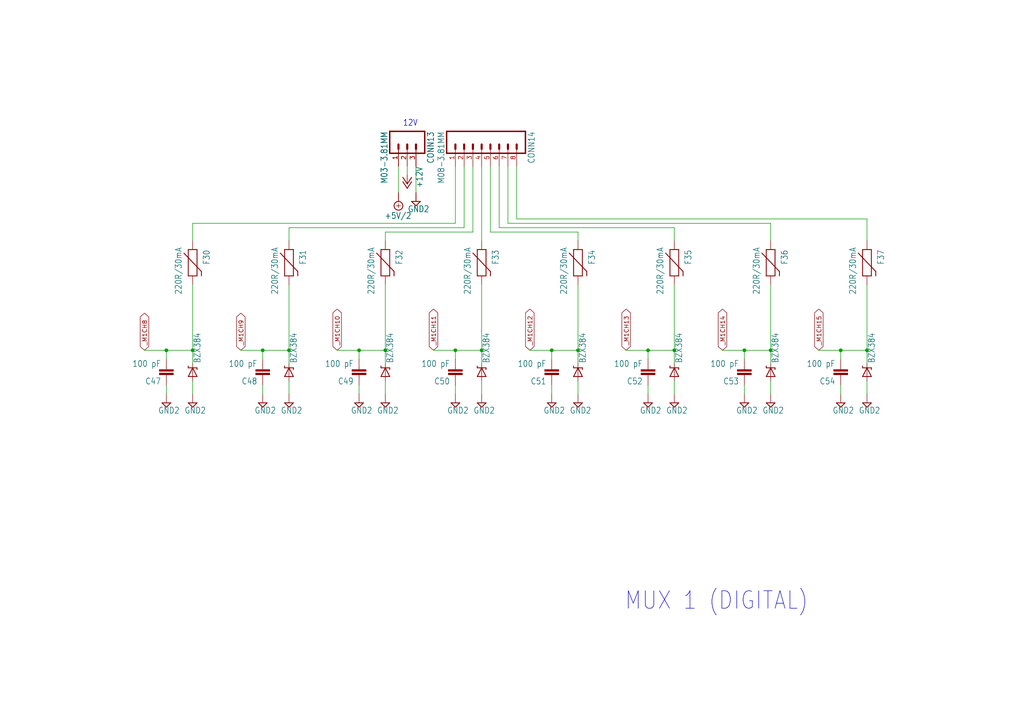
<source format=kicad_sch>
(kicad_sch
	(version 20231120)
	(generator "eeschema")
	(generator_version "8.0")
	(uuid "e39e81b1-914f-4507-8e92-609847fd5de7")
	(paper "A4")
	(lib_symbols
		(symbol "sim-daq-eagle-import:+12V"
			(power)
			(exclude_from_sim no)
			(in_bom yes)
			(on_board yes)
			(property "Reference" "#P+"
				(at 0 0 0)
				(effects
					(font
						(size 1.27 1.27)
					)
					(hide yes)
				)
			)
			(property "Value" ""
				(at -2.54 -5.08 90)
				(effects
					(font
						(size 1.778 1.5113)
					)
					(justify left bottom)
				)
			)
			(property "Footprint" ""
				(at 0 0 0)
				(effects
					(font
						(size 1.27 1.27)
					)
					(hide yes)
				)
			)
			(property "Datasheet" ""
				(at 0 0 0)
				(effects
					(font
						(size 1.27 1.27)
					)
					(hide yes)
				)
			)
			(property "Description" "SUPPLY SYMBOL"
				(at 0 0 0)
				(effects
					(font
						(size 1.27 1.27)
					)
					(hide yes)
				)
			)
			(property "ki_locked" ""
				(at 0 0 0)
				(effects
					(font
						(size 1.27 1.27)
					)
				)
			)
			(symbol "+12V_1_0"
				(polyline
					(pts
						(xy 0 0) (xy -1.27 -1.905)
					)
					(stroke
						(width 0.254)
						(type solid)
					)
					(fill
						(type none)
					)
				)
				(polyline
					(pts
						(xy 0 1.27) (xy -1.27 -0.635)
					)
					(stroke
						(width 0.254)
						(type solid)
					)
					(fill
						(type none)
					)
				)
				(polyline
					(pts
						(xy 1.27 -1.905) (xy 0 0)
					)
					(stroke
						(width 0.254)
						(type solid)
					)
					(fill
						(type none)
					)
				)
				(polyline
					(pts
						(xy 1.27 -0.635) (xy 0 1.27)
					)
					(stroke
						(width 0.254)
						(type solid)
					)
					(fill
						(type none)
					)
				)
				(pin power_in line
					(at 0 -2.54 90)
					(length 2.54)
					(name "+12V"
						(effects
							(font
								(size 0 0)
							)
						)
					)
					(number "1"
						(effects
							(font
								(size 0 0)
							)
						)
					)
				)
			)
		)
		(symbol "sim-daq-eagle-import:+5V/2"
			(power)
			(exclude_from_sim no)
			(in_bom yes)
			(on_board yes)
			(property "Reference" "#SUPPLY"
				(at 0 0 0)
				(effects
					(font
						(size 1.27 1.27)
					)
					(hide yes)
				)
			)
			(property "Value" ""
				(at -3.81 3.175 0)
				(effects
					(font
						(size 1.778 1.5113)
					)
					(justify left bottom)
				)
			)
			(property "Footprint" ""
				(at 0 0 0)
				(effects
					(font
						(size 1.27 1.27)
					)
					(hide yes)
				)
			)
			(property "Datasheet" ""
				(at 0 0 0)
				(effects
					(font
						(size 1.27 1.27)
					)
					(hide yes)
				)
			)
			(property "Description" "SUPPLY SYMBOL"
				(at 0 0 0)
				(effects
					(font
						(size 1.27 1.27)
					)
					(hide yes)
				)
			)
			(property "ki_locked" ""
				(at 0 0 0)
				(effects
					(font
						(size 1.27 1.27)
					)
				)
			)
			(symbol "+5V/2_1_0"
				(polyline
					(pts
						(xy -0.635 1.27) (xy 0.635 1.27)
					)
					(stroke
						(width 0.1524)
						(type solid)
					)
					(fill
						(type none)
					)
				)
				(polyline
					(pts
						(xy 0 0.635) (xy 0 1.905)
					)
					(stroke
						(width 0.1524)
						(type solid)
					)
					(fill
						(type none)
					)
				)
				(circle
					(center 0 1.27)
					(radius 1.27)
					(stroke
						(width 0.254)
						(type solid)
					)
					(fill
						(type none)
					)
				)
				(pin power_in line
					(at 0 -2.54 90)
					(length 2.54)
					(name "+5V/2"
						(effects
							(font
								(size 0 0)
							)
						)
					)
					(number "1"
						(effects
							(font
								(size 0 0)
							)
						)
					)
				)
			)
		)
		(symbol "sim-daq-eagle-import:C-EUC0805"
			(exclude_from_sim no)
			(in_bom yes)
			(on_board yes)
			(property "Reference" "C"
				(at 1.524 0.381 0)
				(effects
					(font
						(size 1.778 1.5113)
					)
					(justify left bottom)
				)
			)
			(property "Value" ""
				(at 1.524 -4.699 0)
				(effects
					(font
						(size 1.778 1.5113)
					)
					(justify left bottom)
				)
			)
			(property "Footprint" "sim-daq:C0805"
				(at 0 0 0)
				(effects
					(font
						(size 1.27 1.27)
					)
					(hide yes)
				)
			)
			(property "Datasheet" ""
				(at 0 0 0)
				(effects
					(font
						(size 1.27 1.27)
					)
					(hide yes)
				)
			)
			(property "Description" "CAPACITOR, European symbol"
				(at 0 0 0)
				(effects
					(font
						(size 1.27 1.27)
					)
					(hide yes)
				)
			)
			(property "ki_locked" ""
				(at 0 0 0)
				(effects
					(font
						(size 1.27 1.27)
					)
				)
			)
			(symbol "C-EUC0805_1_0"
				(rectangle
					(start -2.032 -2.032)
					(end 2.032 -1.524)
					(stroke
						(width 0)
						(type default)
					)
					(fill
						(type outline)
					)
				)
				(rectangle
					(start -2.032 -1.016)
					(end 2.032 -0.508)
					(stroke
						(width 0)
						(type default)
					)
					(fill
						(type outline)
					)
				)
				(polyline
					(pts
						(xy 0 -2.54) (xy 0 -2.032)
					)
					(stroke
						(width 0.1524)
						(type solid)
					)
					(fill
						(type none)
					)
				)
				(polyline
					(pts
						(xy 0 0) (xy 0 -0.508)
					)
					(stroke
						(width 0.1524)
						(type solid)
					)
					(fill
						(type none)
					)
				)
				(pin passive line
					(at 0 2.54 270)
					(length 2.54)
					(name "1"
						(effects
							(font
								(size 0 0)
							)
						)
					)
					(number "1"
						(effects
							(font
								(size 0 0)
							)
						)
					)
				)
				(pin passive line
					(at 0 -5.08 90)
					(length 2.54)
					(name "2"
						(effects
							(font
								(size 0 0)
							)
						)
					)
					(number "2"
						(effects
							(font
								(size 0 0)
							)
						)
					)
				)
			)
		)
		(symbol "sim-daq-eagle-import:DIODE-ZENER-BZT52"
			(exclude_from_sim no)
			(in_bom yes)
			(on_board yes)
			(property "Reference" ""
				(at 2.54 0.4826 0)
				(effects
					(font
						(size 1.778 1.5113)
					)
					(justify left bottom)
					(hide yes)
				)
			)
			(property "Value" ""
				(at 2.54 -2.3114 0)
				(effects
					(font
						(size 1.778 1.5113)
					)
					(justify left bottom)
				)
			)
			(property "Footprint" "sim-daq:SOD-323"
				(at 0 0 0)
				(effects
					(font
						(size 1.27 1.27)
					)
					(hide yes)
				)
			)
			(property "Datasheet" ""
				(at 0 0 0)
				(effects
					(font
						(size 1.27 1.27)
					)
					(hide yes)
				)
			)
			(property "Description" "Zener Diode Production Part - 8199 3.4V Zener Voltage"
				(at 0 0 0)
				(effects
					(font
						(size 1.27 1.27)
					)
					(hide yes)
				)
			)
			(property "ki_locked" ""
				(at 0 0 0)
				(effects
					(font
						(size 1.27 1.27)
					)
				)
			)
			(symbol "DIODE-ZENER-BZT52_1_0"
				(polyline
					(pts
						(xy -1.27 -1.27) (xy 1.27 0)
					)
					(stroke
						(width 0.254)
						(type solid)
					)
					(fill
						(type none)
					)
				)
				(polyline
					(pts
						(xy -1.27 1.27) (xy -1.27 -1.27)
					)
					(stroke
						(width 0.254)
						(type solid)
					)
					(fill
						(type none)
					)
				)
				(polyline
					(pts
						(xy 1.27 -1.27) (xy 0.762 -1.27)
					)
					(stroke
						(width 0.254)
						(type solid)
					)
					(fill
						(type none)
					)
				)
				(polyline
					(pts
						(xy 1.27 0) (xy -1.27 1.27)
					)
					(stroke
						(width 0.254)
						(type solid)
					)
					(fill
						(type none)
					)
				)
				(polyline
					(pts
						(xy 1.27 0) (xy 1.27 -1.27)
					)
					(stroke
						(width 0.254)
						(type solid)
					)
					(fill
						(type none)
					)
				)
				(polyline
					(pts
						(xy 1.27 1.27) (xy 1.27 0)
					)
					(stroke
						(width 0.254)
						(type solid)
					)
					(fill
						(type none)
					)
				)
				(polyline
					(pts
						(xy 1.27 1.27) (xy 1.778 1.27)
					)
					(stroke
						(width 0.254)
						(type solid)
					)
					(fill
						(type none)
					)
				)
				(pin passive line
					(at -2.54 0 0)
					(length 2.54)
					(name "A"
						(effects
							(font
								(size 0 0)
							)
						)
					)
					(number "A"
						(effects
							(font
								(size 0 0)
							)
						)
					)
				)
				(pin passive line
					(at 2.54 0 180)
					(length 2.54)
					(name "C"
						(effects
							(font
								(size 0 0)
							)
						)
					)
					(number "C"
						(effects
							(font
								(size 0 0)
							)
						)
					)
				)
			)
		)
		(symbol "sim-daq-eagle-import:GND2"
			(power)
			(exclude_from_sim no)
			(in_bom yes)
			(on_board yes)
			(property "Reference" "#SUPPLY"
				(at 0 0 0)
				(effects
					(font
						(size 1.27 1.27)
					)
					(hide yes)
				)
			)
			(property "Value" ""
				(at -2.413 -3.175 0)
				(effects
					(font
						(size 1.778 1.5113)
					)
					(justify left bottom)
				)
			)
			(property "Footprint" ""
				(at 0 0 0)
				(effects
					(font
						(size 1.27 1.27)
					)
					(hide yes)
				)
			)
			(property "Datasheet" ""
				(at 0 0 0)
				(effects
					(font
						(size 1.27 1.27)
					)
					(hide yes)
				)
			)
			(property "Description" "SUPPLY SYMBOL"
				(at 0 0 0)
				(effects
					(font
						(size 1.27 1.27)
					)
					(hide yes)
				)
			)
			(property "ki_locked" ""
				(at 0 0 0)
				(effects
					(font
						(size 1.27 1.27)
					)
				)
			)
			(symbol "GND2_1_0"
				(polyline
					(pts
						(xy -1.27 0) (xy 1.27 0)
					)
					(stroke
						(width 0.254)
						(type solid)
					)
					(fill
						(type none)
					)
				)
				(polyline
					(pts
						(xy 0 -1.27) (xy -1.27 0)
					)
					(stroke
						(width 0.254)
						(type solid)
					)
					(fill
						(type none)
					)
				)
				(polyline
					(pts
						(xy 1.27 0) (xy 0 -1.27)
					)
					(stroke
						(width 0.254)
						(type solid)
					)
					(fill
						(type none)
					)
				)
				(pin power_in line
					(at 0 2.54 270)
					(length 2.54)
					(name "GND2"
						(effects
							(font
								(size 0 0)
							)
						)
					)
					(number "1"
						(effects
							(font
								(size 0 0)
							)
						)
					)
				)
			)
		)
		(symbol "sim-daq-eagle-import:M03-3.81MM"
			(exclude_from_sim no)
			(in_bom yes)
			(on_board yes)
			(property "Reference" "CONN"
				(at -2.54 5.842 0)
				(effects
					(font
						(size 1.778 1.5113)
					)
					(justify left bottom)
				)
			)
			(property "Value" ""
				(at -2.54 -7.62 0)
				(effects
					(font
						(size 1.778 1.5113)
					)
					(justify left bottom)
				)
			)
			(property "Footprint" "sim-daq:M03-3.81"
				(at 0 0 0)
				(effects
					(font
						(size 1.27 1.27)
					)
					(hide yes)
				)
			)
			(property "Datasheet" ""
				(at 0 0 0)
				(effects
					(font
						(size 1.27 1.27)
					)
					(hide yes)
				)
			)
			(property "Description" ""
				(at 0 0 0)
				(effects
					(font
						(size 1.27 1.27)
					)
					(hide yes)
				)
			)
			(property "ki_locked" ""
				(at 0 0 0)
				(effects
					(font
						(size 1.27 1.27)
					)
				)
			)
			(symbol "M03-3.81MM_1_0"
				(polyline
					(pts
						(xy -2.54 5.08) (xy -2.54 -5.08)
					)
					(stroke
						(width 0.4064)
						(type solid)
					)
					(fill
						(type none)
					)
				)
				(polyline
					(pts
						(xy -2.54 5.08) (xy 3.81 5.08)
					)
					(stroke
						(width 0.4064)
						(type solid)
					)
					(fill
						(type none)
					)
				)
				(polyline
					(pts
						(xy 1.27 -2.54) (xy 2.54 -2.54)
					)
					(stroke
						(width 0.6096)
						(type solid)
					)
					(fill
						(type none)
					)
				)
				(polyline
					(pts
						(xy 1.27 0) (xy 2.54 0)
					)
					(stroke
						(width 0.6096)
						(type solid)
					)
					(fill
						(type none)
					)
				)
				(polyline
					(pts
						(xy 1.27 2.54) (xy 2.54 2.54)
					)
					(stroke
						(width 0.6096)
						(type solid)
					)
					(fill
						(type none)
					)
				)
				(polyline
					(pts
						(xy 3.81 -5.08) (xy -2.54 -5.08)
					)
					(stroke
						(width 0.4064)
						(type solid)
					)
					(fill
						(type none)
					)
				)
				(polyline
					(pts
						(xy 3.81 -5.08) (xy 3.81 5.08)
					)
					(stroke
						(width 0.4064)
						(type solid)
					)
					(fill
						(type none)
					)
				)
				(pin passive line
					(at 7.62 -2.54 180)
					(length 5.08)
					(name "1"
						(effects
							(font
								(size 0 0)
							)
						)
					)
					(number "1"
						(effects
							(font
								(size 1.27 1.27)
							)
						)
					)
				)
				(pin passive line
					(at 7.62 0 180)
					(length 5.08)
					(name "2"
						(effects
							(font
								(size 0 0)
							)
						)
					)
					(number "2"
						(effects
							(font
								(size 1.27 1.27)
							)
						)
					)
				)
				(pin passive line
					(at 7.62 2.54 180)
					(length 5.08)
					(name "3"
						(effects
							(font
								(size 0 0)
							)
						)
					)
					(number "3"
						(effects
							(font
								(size 1.27 1.27)
							)
						)
					)
				)
			)
		)
		(symbol "sim-daq-eagle-import:M08-3.81MM"
			(exclude_from_sim no)
			(in_bom yes)
			(on_board yes)
			(property "Reference" "CONN"
				(at -2.54 21.082 0)
				(effects
					(font
						(size 1.778 1.5113)
					)
					(justify left bottom)
				)
			)
			(property "Value" ""
				(at -2.54 -5.08 0)
				(effects
					(font
						(size 1.778 1.5113)
					)
					(justify left bottom)
				)
			)
			(property "Footprint" "sim-daq:M08-3.81"
				(at 0 0 0)
				(effects
					(font
						(size 1.27 1.27)
					)
					(hide yes)
				)
			)
			(property "Datasheet" ""
				(at 0 0 0)
				(effects
					(font
						(size 1.27 1.27)
					)
					(hide yes)
				)
			)
			(property "Description" ""
				(at 0 0 0)
				(effects
					(font
						(size 1.27 1.27)
					)
					(hide yes)
				)
			)
			(property "ki_locked" ""
				(at 0 0 0)
				(effects
					(font
						(size 1.27 1.27)
					)
				)
			)
			(symbol "M08-3.81MM_1_0"
				(polyline
					(pts
						(xy -2.54 20.32) (xy -2.54 -2.54)
					)
					(stroke
						(width 0.4064)
						(type solid)
					)
					(fill
						(type none)
					)
				)
				(polyline
					(pts
						(xy -2.54 20.32) (xy 3.81 20.32)
					)
					(stroke
						(width 0.4064)
						(type solid)
					)
					(fill
						(type none)
					)
				)
				(polyline
					(pts
						(xy 1.27 0) (xy 2.54 0)
					)
					(stroke
						(width 0.6096)
						(type solid)
					)
					(fill
						(type none)
					)
				)
				(polyline
					(pts
						(xy 1.27 2.54) (xy 2.54 2.54)
					)
					(stroke
						(width 0.6096)
						(type solid)
					)
					(fill
						(type none)
					)
				)
				(polyline
					(pts
						(xy 1.27 5.08) (xy 2.54 5.08)
					)
					(stroke
						(width 0.6096)
						(type solid)
					)
					(fill
						(type none)
					)
				)
				(polyline
					(pts
						(xy 1.27 7.62) (xy 2.54 7.62)
					)
					(stroke
						(width 0.6096)
						(type solid)
					)
					(fill
						(type none)
					)
				)
				(polyline
					(pts
						(xy 1.27 10.16) (xy 2.54 10.16)
					)
					(stroke
						(width 0.6096)
						(type solid)
					)
					(fill
						(type none)
					)
				)
				(polyline
					(pts
						(xy 1.27 12.7) (xy 2.54 12.7)
					)
					(stroke
						(width 0.6096)
						(type solid)
					)
					(fill
						(type none)
					)
				)
				(polyline
					(pts
						(xy 1.27 15.24) (xy 2.54 15.24)
					)
					(stroke
						(width 0.6096)
						(type solid)
					)
					(fill
						(type none)
					)
				)
				(polyline
					(pts
						(xy 1.27 17.78) (xy 2.54 17.78)
					)
					(stroke
						(width 0.6096)
						(type solid)
					)
					(fill
						(type none)
					)
				)
				(polyline
					(pts
						(xy 3.81 -2.54) (xy -2.54 -2.54)
					)
					(stroke
						(width 0.4064)
						(type solid)
					)
					(fill
						(type none)
					)
				)
				(polyline
					(pts
						(xy 3.81 -2.54) (xy 3.81 20.32)
					)
					(stroke
						(width 0.4064)
						(type solid)
					)
					(fill
						(type none)
					)
				)
				(pin passive line
					(at 7.62 0 180)
					(length 5.08)
					(name "1"
						(effects
							(font
								(size 0 0)
							)
						)
					)
					(number "1"
						(effects
							(font
								(size 1.27 1.27)
							)
						)
					)
				)
				(pin passive line
					(at 7.62 2.54 180)
					(length 5.08)
					(name "2"
						(effects
							(font
								(size 0 0)
							)
						)
					)
					(number "2"
						(effects
							(font
								(size 1.27 1.27)
							)
						)
					)
				)
				(pin passive line
					(at 7.62 5.08 180)
					(length 5.08)
					(name "3"
						(effects
							(font
								(size 0 0)
							)
						)
					)
					(number "3"
						(effects
							(font
								(size 1.27 1.27)
							)
						)
					)
				)
				(pin passive line
					(at 7.62 7.62 180)
					(length 5.08)
					(name "4"
						(effects
							(font
								(size 0 0)
							)
						)
					)
					(number "4"
						(effects
							(font
								(size 1.27 1.27)
							)
						)
					)
				)
				(pin passive line
					(at 7.62 10.16 180)
					(length 5.08)
					(name "5"
						(effects
							(font
								(size 0 0)
							)
						)
					)
					(number "5"
						(effects
							(font
								(size 1.27 1.27)
							)
						)
					)
				)
				(pin passive line
					(at 7.62 12.7 180)
					(length 5.08)
					(name "6"
						(effects
							(font
								(size 0 0)
							)
						)
					)
					(number "6"
						(effects
							(font
								(size 1.27 1.27)
							)
						)
					)
				)
				(pin passive line
					(at 7.62 15.24 180)
					(length 5.08)
					(name "7"
						(effects
							(font
								(size 0 0)
							)
						)
					)
					(number "7"
						(effects
							(font
								(size 1.27 1.27)
							)
						)
					)
				)
				(pin passive line
					(at 7.62 17.78 180)
					(length 5.08)
					(name "8"
						(effects
							(font
								(size 0 0)
							)
						)
					)
					(number "8"
						(effects
							(font
								(size 1.27 1.27)
							)
						)
					)
				)
			)
		)
		(symbol "sim-daq-eagle-import:PTC0603"
			(exclude_from_sim no)
			(in_bom yes)
			(on_board yes)
			(property "Reference" "F"
				(at -2.54 3.048 0)
				(effects
					(font
						(size 1.778 1.5113)
					)
					(justify left bottom)
				)
			)
			(property "Value" ""
				(at -3.302 -5.08 0)
				(effects
					(font
						(size 1.778 1.5113)
					)
					(justify left bottom)
				)
			)
			(property "Footprint" "sim-daq:0603"
				(at 0 0 0)
				(effects
					(font
						(size 1.27 1.27)
					)
					(hide yes)
				)
			)
			(property "Datasheet" ""
				(at 0 0 0)
				(effects
					(font
						(size 1.27 1.27)
					)
					(hide yes)
				)
			)
			(property "Description" "Resettable Fuse PTC Resettable Fuse. Spark Fun Electronics SKU : COM-08357"
				(at 0 0 0)
				(effects
					(font
						(size 1.27 1.27)
					)
					(hide yes)
				)
			)
			(property "ki_locked" ""
				(at 0 0 0)
				(effects
					(font
						(size 1.27 1.27)
					)
				)
			)
			(symbol "PTC0603_1_0"
				(polyline
					(pts
						(xy -2.54 -1.27) (xy -2.54 1.27)
					)
					(stroke
						(width 0.254)
						(type solid)
					)
					(fill
						(type none)
					)
				)
				(polyline
					(pts
						(xy -2.54 1.27) (xy 5.08 1.27)
					)
					(stroke
						(width 0.254)
						(type solid)
					)
					(fill
						(type none)
					)
				)
				(polyline
					(pts
						(xy -1.524 -2.54) (xy 3.81 2.54)
					)
					(stroke
						(width 0.254)
						(type solid)
					)
					(fill
						(type none)
					)
				)
				(polyline
					(pts
						(xy 3.81 2.54) (xy 5.08 2.54)
					)
					(stroke
						(width 0.254)
						(type solid)
					)
					(fill
						(type none)
					)
				)
				(polyline
					(pts
						(xy 5.08 -1.27) (xy -2.54 -1.27)
					)
					(stroke
						(width 0.254)
						(type solid)
					)
					(fill
						(type none)
					)
				)
				(polyline
					(pts
						(xy 5.08 1.27) (xy 5.08 -1.27)
					)
					(stroke
						(width 0.254)
						(type solid)
					)
					(fill
						(type none)
					)
				)
				(pin bidirectional line
					(at -5.08 0 0)
					(length 2.54)
					(name "1"
						(effects
							(font
								(size 0 0)
							)
						)
					)
					(number "1"
						(effects
							(font
								(size 0 0)
							)
						)
					)
				)
				(pin bidirectional line
					(at 7.62 0 180)
					(length 2.54)
					(name "2"
						(effects
							(font
								(size 0 0)
							)
						)
					)
					(number "2"
						(effects
							(font
								(size 0 0)
							)
						)
					)
				)
			)
		)
	)
	(junction
		(at 215.9 101.6)
		(diameter 0)
		(color 0 0 0 0)
		(uuid "1b2f7769-f9b9-4d69-bb24-b5552a5ce258")
	)
	(junction
		(at 139.7 101.6)
		(diameter 0)
		(color 0 0 0 0)
		(uuid "264b6e16-2d4a-43ed-94af-e5437a9f794c")
	)
	(junction
		(at 167.64 101.6)
		(diameter 0)
		(color 0 0 0 0)
		(uuid "37bf0404-7f8b-43fe-af96-ef784721ec6b")
	)
	(junction
		(at 48.26 101.6)
		(diameter 0)
		(color 0 0 0 0)
		(uuid "3d048a7e-e552-4649-a506-d9795db29379")
	)
	(junction
		(at 160.02 101.6)
		(diameter 0)
		(color 0 0 0 0)
		(uuid "49d4bbb7-4732-4803-8acc-929bd3bc6e28")
	)
	(junction
		(at 195.58 101.6)
		(diameter 0)
		(color 0 0 0 0)
		(uuid "4bc9affd-f3c8-4b31-a6f4-8d850b015316")
	)
	(junction
		(at 187.96 101.6)
		(diameter 0)
		(color 0 0 0 0)
		(uuid "4f67f4fd-46c7-4a94-bc45-c32647cd4cfd")
	)
	(junction
		(at 223.52 101.6)
		(diameter 0)
		(color 0 0 0 0)
		(uuid "50229d6f-b376-476b-a4d5-6dabd81d8735")
	)
	(junction
		(at 111.76 101.6)
		(diameter 0)
		(color 0 0 0 0)
		(uuid "6dc4584f-8586-4735-ba01-6d569b06171e")
	)
	(junction
		(at 55.88 101.6)
		(diameter 0)
		(color 0 0 0 0)
		(uuid "88a9f1a9-d134-4422-bf41-fd83477127c3")
	)
	(junction
		(at 104.14 101.6)
		(diameter 0)
		(color 0 0 0 0)
		(uuid "8da964c0-886a-48e7-bbf4-6df7bca5f5f7")
	)
	(junction
		(at 243.84 101.6)
		(diameter 0)
		(color 0 0 0 0)
		(uuid "9a329eeb-6496-49c6-8d70-de2cf42386f2")
	)
	(junction
		(at 132.08 101.6)
		(diameter 0)
		(color 0 0 0 0)
		(uuid "a1bc32db-1cb4-43f3-8a2f-8f1752fde4b0")
	)
	(junction
		(at 83.82 101.6)
		(diameter 0)
		(color 0 0 0 0)
		(uuid "b49666a8-3e37-4ab7-96df-ec7777a7cbd6")
	)
	(junction
		(at 76.2 101.6)
		(diameter 0)
		(color 0 0 0 0)
		(uuid "bf2c26fd-30cf-44f5-9eb9-95f3648224e3")
	)
	(junction
		(at 251.46 101.6)
		(diameter 0)
		(color 0 0 0 0)
		(uuid "dffb1cbc-e296-40c1-8338-5c383813e8ec")
	)
	(wire
		(pts
			(xy 104.14 101.6) (xy 97.79 101.6)
		)
		(stroke
			(width 0.1524)
			(type solid)
		)
		(uuid "00244a17-351d-4345-903f-2cec11f5559e")
	)
	(wire
		(pts
			(xy 139.7 82.55) (xy 139.7 101.6)
		)
		(stroke
			(width 0.1524)
			(type solid)
		)
		(uuid "030c954b-6704-4925-8aa9-e359cceb0d59")
	)
	(wire
		(pts
			(xy 187.96 114.3) (xy 187.96 111.76)
		)
		(stroke
			(width 0.1524)
			(type solid)
		)
		(uuid "04630240-0612-4d04-bfc3-0ca551afe0f1")
	)
	(wire
		(pts
			(xy 243.84 104.14) (xy 243.84 101.6)
		)
		(stroke
			(width 0.1524)
			(type solid)
		)
		(uuid "051f917c-c375-45ff-92bf-cd530ef8545e")
	)
	(wire
		(pts
			(xy 83.82 105.41) (xy 83.82 101.6)
		)
		(stroke
			(width 0.1524)
			(type solid)
		)
		(uuid "083c0f25-08fc-416d-9dd4-26cbaec10390")
	)
	(wire
		(pts
			(xy 83.82 114.3) (xy 83.82 110.49)
		)
		(stroke
			(width 0.1524)
			(type solid)
		)
		(uuid "12e75f50-f630-4188-9b9a-889121d7ca53")
	)
	(wire
		(pts
			(xy 139.7 114.3) (xy 139.7 110.49)
		)
		(stroke
			(width 0.1524)
			(type solid)
		)
		(uuid "14baf66c-a069-4d6a-88a7-339ca1cc1e9d")
	)
	(wire
		(pts
			(xy 55.88 64.77) (xy 132.08 64.77)
		)
		(stroke
			(width 0.1524)
			(type solid)
		)
		(uuid "199d536e-42ca-4b4c-86ea-40e173ceebf0")
	)
	(wire
		(pts
			(xy 195.58 105.41) (xy 195.58 101.6)
		)
		(stroke
			(width 0.1524)
			(type solid)
		)
		(uuid "1b11a306-d103-4b2a-8393-da47b829a53e")
	)
	(wire
		(pts
			(xy 139.7 105.41) (xy 139.7 101.6)
		)
		(stroke
			(width 0.1524)
			(type solid)
		)
		(uuid "1b121aa0-c289-4c98-a6e1-7b9e8ec39f65")
	)
	(wire
		(pts
			(xy 104.14 104.14) (xy 104.14 101.6)
		)
		(stroke
			(width 0.1524)
			(type solid)
		)
		(uuid "20141cbd-2619-4ea3-89fd-ca906b5b191a")
	)
	(wire
		(pts
			(xy 76.2 101.6) (xy 83.82 101.6)
		)
		(stroke
			(width 0.1524)
			(type solid)
		)
		(uuid "23579424-c3c6-4932-859a-3a018a2ca5dc")
	)
	(wire
		(pts
			(xy 167.64 114.3) (xy 167.64 110.49)
		)
		(stroke
			(width 0.1524)
			(type solid)
		)
		(uuid "28272c49-20da-4f17-b706-d7a83523b8c6")
	)
	(wire
		(pts
			(xy 132.08 101.6) (xy 125.73 101.6)
		)
		(stroke
			(width 0.1524)
			(type solid)
		)
		(uuid "291d9cbc-f9c0-4e0e-8d45-3fc301fb82a0")
	)
	(wire
		(pts
			(xy 137.16 67.31) (xy 137.16 48.26)
		)
		(stroke
			(width 0.1524)
			(type solid)
		)
		(uuid "299e8586-5f41-4ef5-b117-016e5b732a91")
	)
	(wire
		(pts
			(xy 251.46 82.55) (xy 251.46 101.6)
		)
		(stroke
			(width 0.1524)
			(type solid)
		)
		(uuid "2a217bfe-7cbf-499a-94ed-968bbd75929c")
	)
	(wire
		(pts
			(xy 160.02 114.3) (xy 160.02 111.76)
		)
		(stroke
			(width 0.1524)
			(type solid)
		)
		(uuid "2b54cc9b-2919-40db-9524-4c3a74b7c253")
	)
	(wire
		(pts
			(xy 120.65 48.26) (xy 120.65 55.88)
		)
		(stroke
			(width 0.1524)
			(type solid)
		)
		(uuid "2c39eb5a-eb90-4439-a46a-af152422a7bc")
	)
	(wire
		(pts
			(xy 160.02 101.6) (xy 167.64 101.6)
		)
		(stroke
			(width 0.1524)
			(type solid)
		)
		(uuid "31c3e13b-b196-4946-bb79-6e5c8be97074")
	)
	(wire
		(pts
			(xy 187.96 101.6) (xy 181.61 101.6)
		)
		(stroke
			(width 0.1524)
			(type solid)
		)
		(uuid "390f1e9d-4194-489e-bd0f-39f28b20e121")
	)
	(wire
		(pts
			(xy 215.9 114.3) (xy 215.9 111.76)
		)
		(stroke
			(width 0.1524)
			(type solid)
		)
		(uuid "3f7d64ca-bd51-4565-9fe0-21229c4343c1")
	)
	(wire
		(pts
			(xy 48.26 104.14) (xy 48.26 101.6)
		)
		(stroke
			(width 0.1524)
			(type solid)
		)
		(uuid "40cf25bc-3272-49a7-87b9-89fd778c0934")
	)
	(wire
		(pts
			(xy 76.2 101.6) (xy 69.85 101.6)
		)
		(stroke
			(width 0.1524)
			(type solid)
		)
		(uuid "492de6d6-e1a1-4f0c-aec9-d4717bf424b1")
	)
	(wire
		(pts
			(xy 187.96 104.14) (xy 187.96 101.6)
		)
		(stroke
			(width 0.1524)
			(type solid)
		)
		(uuid "4e834a3a-2567-4c6e-a994-92e9c3ee3385")
	)
	(wire
		(pts
			(xy 76.2 104.14) (xy 76.2 101.6)
		)
		(stroke
			(width 0.1524)
			(type solid)
		)
		(uuid "50abc997-cd6a-4f09-8011-733feeb7c05d")
	)
	(wire
		(pts
			(xy 104.14 114.3) (xy 104.14 111.76)
		)
		(stroke
			(width 0.1524)
			(type solid)
		)
		(uuid "5144ac90-a2db-46db-b35c-eee92724d345")
	)
	(wire
		(pts
			(xy 55.88 105.41) (xy 55.88 101.6)
		)
		(stroke
			(width 0.1524)
			(type solid)
		)
		(uuid "56068239-d29f-45a9-b694-39461a366f33")
	)
	(wire
		(pts
			(xy 144.78 66.04) (xy 195.58 66.04)
		)
		(stroke
			(width 0.1524)
			(type solid)
		)
		(uuid "5c7922fd-413f-4627-9923-622256680a49")
	)
	(wire
		(pts
			(xy 83.82 69.85) (xy 83.82 66.04)
		)
		(stroke
			(width 0.1524)
			(type solid)
		)
		(uuid "5fb92d9d-7adc-488e-ab91-d046f0912907")
	)
	(wire
		(pts
			(xy 251.46 105.41) (xy 251.46 101.6)
		)
		(stroke
			(width 0.1524)
			(type solid)
		)
		(uuid "683005e1-bda5-49c7-85d1-6751f1a53cb9")
	)
	(wire
		(pts
			(xy 115.57 55.88) (xy 115.57 48.26)
		)
		(stroke
			(width 0.1524)
			(type solid)
		)
		(uuid "688c634e-fb70-49fe-b78c-1cf1e01b1159")
	)
	(wire
		(pts
			(xy 251.46 63.5) (xy 251.46 69.85)
		)
		(stroke
			(width 0.1524)
			(type solid)
		)
		(uuid "6dbbb4a7-0424-4e3d-ab96-a40db47c224e")
	)
	(wire
		(pts
			(xy 55.88 82.55) (xy 55.88 101.6)
		)
		(stroke
			(width 0.1524)
			(type solid)
		)
		(uuid "764c3373-1201-4db3-b6bd-76324a7458aa")
	)
	(wire
		(pts
			(xy 132.08 64.77) (xy 132.08 48.26)
		)
		(stroke
			(width 0.1524)
			(type solid)
		)
		(uuid "773e22e0-5877-4151-8ef5-e8530482cad3")
	)
	(wire
		(pts
			(xy 142.24 67.31) (xy 167.64 67.31)
		)
		(stroke
			(width 0.1524)
			(type solid)
		)
		(uuid "776f6bec-9b86-4c21-bfcc-0e5dcbc00be4")
	)
	(wire
		(pts
			(xy 215.9 101.6) (xy 223.52 101.6)
		)
		(stroke
			(width 0.1524)
			(type solid)
		)
		(uuid "77e7a48c-a918-401a-9d59-b73187cf85d5")
	)
	(wire
		(pts
			(xy 223.52 114.3) (xy 223.52 110.49)
		)
		(stroke
			(width 0.1524)
			(type solid)
		)
		(uuid "7a2c667a-48bf-4c96-aa45-f9cc641aa551")
	)
	(wire
		(pts
			(xy 132.08 104.14) (xy 132.08 101.6)
		)
		(stroke
			(width 0.1524)
			(type solid)
		)
		(uuid "7e415cdd-70eb-438e-98dd-b91974a34c0b")
	)
	(wire
		(pts
			(xy 167.64 67.31) (xy 167.64 69.85)
		)
		(stroke
			(width 0.1524)
			(type solid)
		)
		(uuid "81b7571b-d33e-4d4a-9aef-6c0d14f33ac6")
	)
	(wire
		(pts
			(xy 160.02 104.14) (xy 160.02 101.6)
		)
		(stroke
			(width 0.1524)
			(type solid)
		)
		(uuid "83736618-00be-4b88-8d34-5aa502aa8e93")
	)
	(wire
		(pts
			(xy 83.82 82.55) (xy 83.82 101.6)
		)
		(stroke
			(width 0.1524)
			(type solid)
		)
		(uuid "85ed450f-d442-4f0b-8b43-be26093e2637")
	)
	(wire
		(pts
			(xy 111.76 114.3) (xy 111.76 110.49)
		)
		(stroke
			(width 0.1524)
			(type solid)
		)
		(uuid "86fab30d-8e31-4fe0-8c72-3ab9935942ab")
	)
	(wire
		(pts
			(xy 149.86 63.5) (xy 251.46 63.5)
		)
		(stroke
			(width 0.1524)
			(type solid)
		)
		(uuid "8b77c971-b540-4923-a04e-17142e990f07")
	)
	(wire
		(pts
			(xy 243.84 101.6) (xy 251.46 101.6)
		)
		(stroke
			(width 0.1524)
			(type solid)
		)
		(uuid "93e5de1e-3544-40b4-93a7-7248d98233ce")
	)
	(wire
		(pts
			(xy 76.2 114.3) (xy 76.2 111.76)
		)
		(stroke
			(width 0.1524)
			(type solid)
		)
		(uuid "964f289d-317d-4f4b-8932-92f7e992d6cf")
	)
	(wire
		(pts
			(xy 111.76 67.31) (xy 137.16 67.31)
		)
		(stroke
			(width 0.1524)
			(type solid)
		)
		(uuid "990b19bd-11ea-4cd8-9775-6800c743c9b4")
	)
	(wire
		(pts
			(xy 144.78 48.26) (xy 144.78 66.04)
		)
		(stroke
			(width 0.1524)
			(type solid)
		)
		(uuid "9c2a1f85-fa72-4930-b1ad-9f24ea1a0e50")
	)
	(wire
		(pts
			(xy 160.02 101.6) (xy 153.67 101.6)
		)
		(stroke
			(width 0.1524)
			(type solid)
		)
		(uuid "9c9b4afe-eea6-4fea-88f3-19571b6303d9")
	)
	(wire
		(pts
			(xy 83.82 66.04) (xy 134.62 66.04)
		)
		(stroke
			(width 0.1524)
			(type solid)
		)
		(uuid "a39a7b7c-321c-4efa-aa9d-a59d553e7e58")
	)
	(wire
		(pts
			(xy 195.58 82.55) (xy 195.58 101.6)
		)
		(stroke
			(width 0.1524)
			(type solid)
		)
		(uuid "a59d4d7d-99b8-4d59-9067-d6b8ff52868c")
	)
	(wire
		(pts
			(xy 167.64 105.41) (xy 167.64 101.6)
		)
		(stroke
			(width 0.1524)
			(type solid)
		)
		(uuid "a7773b1e-463a-4410-a2a7-e8ed179be400")
	)
	(wire
		(pts
			(xy 139.7 69.85) (xy 139.7 48.26)
		)
		(stroke
			(width 0.1524)
			(type solid)
		)
		(uuid "a8478990-9fb7-4eb3-98e5-fdc0cf361900")
	)
	(wire
		(pts
			(xy 147.32 64.77) (xy 223.52 64.77)
		)
		(stroke
			(width 0.1524)
			(type solid)
		)
		(uuid "b1aec255-6990-4c54-b9a9-8d4639b44d5e")
	)
	(wire
		(pts
			(xy 48.26 101.6) (xy 55.88 101.6)
		)
		(stroke
			(width 0.1524)
			(type solid)
		)
		(uuid "b1fdc306-9c10-4200-a4ad-9d4c6590c001")
	)
	(wire
		(pts
			(xy 132.08 114.3) (xy 132.08 111.76)
		)
		(stroke
			(width 0.1524)
			(type solid)
		)
		(uuid "b3506251-43e3-4175-8472-7beb430fc004")
	)
	(wire
		(pts
			(xy 55.88 114.3) (xy 55.88 110.49)
		)
		(stroke
			(width 0.1524)
			(type solid)
		)
		(uuid "b7789803-b241-4089-b364-f276ed443e29")
	)
	(wire
		(pts
			(xy 104.14 101.6) (xy 111.76 101.6)
		)
		(stroke
			(width 0.1524)
			(type solid)
		)
		(uuid "b87f7700-9b36-4167-a7bf-d5f93cbd63a7")
	)
	(wire
		(pts
			(xy 243.84 114.3) (xy 243.84 111.76)
		)
		(stroke
			(width 0.1524)
			(type solid)
		)
		(uuid "b9118140-153e-4853-aabe-b348cc35a367")
	)
	(wire
		(pts
			(xy 111.76 105.41) (xy 111.76 101.6)
		)
		(stroke
			(width 0.1524)
			(type solid)
		)
		(uuid "bdb3a1d6-676d-489b-bbd5-939b2ba1116f")
	)
	(wire
		(pts
			(xy 187.96 101.6) (xy 195.58 101.6)
		)
		(stroke
			(width 0.1524)
			(type solid)
		)
		(uuid "bf2af02d-c7f5-42c9-85c5-1f81af67e140")
	)
	(wire
		(pts
			(xy 223.52 82.55) (xy 223.52 101.6)
		)
		(stroke
			(width 0.1524)
			(type solid)
		)
		(uuid "bf7479c9-73a9-4129-9ee4-952d940dfd46")
	)
	(wire
		(pts
			(xy 147.32 48.26) (xy 147.32 64.77)
		)
		(stroke
			(width 0.1524)
			(type solid)
		)
		(uuid "bfabda83-7ee9-41c5-9f07-786da79e8f72")
	)
	(wire
		(pts
			(xy 142.24 48.26) (xy 142.24 67.31)
		)
		(stroke
			(width 0.1524)
			(type solid)
		)
		(uuid "c14e8cc2-394d-4a2b-9be2-a3ecb6370b43")
	)
	(wire
		(pts
			(xy 167.64 82.55) (xy 167.64 101.6)
		)
		(stroke
			(width 0.1524)
			(type solid)
		)
		(uuid "c3607414-0636-4c1e-b821-214f46326e8e")
	)
	(wire
		(pts
			(xy 215.9 104.14) (xy 215.9 101.6)
		)
		(stroke
			(width 0.1524)
			(type solid)
		)
		(uuid "c36e862b-03c7-4644-8bce-79ca8fe307d9")
	)
	(wire
		(pts
			(xy 195.58 114.3) (xy 195.58 110.49)
		)
		(stroke
			(width 0.1524)
			(type solid)
		)
		(uuid "c6c64636-eb5e-4aad-85bd-77bd3ef8158a")
	)
	(wire
		(pts
			(xy 134.62 66.04) (xy 134.62 48.26)
		)
		(stroke
			(width 0.1524)
			(type solid)
		)
		(uuid "cbf415c1-18fa-4345-9418-09292e7c2cb7")
	)
	(wire
		(pts
			(xy 243.84 101.6) (xy 237.49 101.6)
		)
		(stroke
			(width 0.1524)
			(type solid)
		)
		(uuid "cd7bd57e-4fe2-44c4-8a64-763bc1799634")
	)
	(wire
		(pts
			(xy 149.86 48.26) (xy 149.86 63.5)
		)
		(stroke
			(width 0.1524)
			(type solid)
		)
		(uuid "d234e7ee-923d-4ea2-87b8-bac776425e03")
	)
	(wire
		(pts
			(xy 111.76 82.55) (xy 111.76 101.6)
		)
		(stroke
			(width 0.1524)
			(type solid)
		)
		(uuid "d4d7295e-90e7-4922-b1d4-ba0dcd88dedb")
	)
	(wire
		(pts
			(xy 215.9 101.6) (xy 209.55 101.6)
		)
		(stroke
			(width 0.1524)
			(type solid)
		)
		(uuid "d8c4d34b-32dd-46f1-bb57-3d84bf2db100")
	)
	(wire
		(pts
			(xy 223.52 64.77) (xy 223.52 69.85)
		)
		(stroke
			(width 0.1524)
			(type solid)
		)
		(uuid "db97753b-ca6a-4be7-b948-46d922c2b7ed")
	)
	(wire
		(pts
			(xy 48.26 114.3) (xy 48.26 111.76)
		)
		(stroke
			(width 0.1524)
			(type solid)
		)
		(uuid "dbfbcea0-245a-49fb-a81d-a09ae454019b")
	)
	(wire
		(pts
			(xy 223.52 105.41) (xy 223.52 101.6)
		)
		(stroke
			(width 0.1524)
			(type solid)
		)
		(uuid "de0c8152-0f51-4374-a275-871eb0f5dcc2")
	)
	(wire
		(pts
			(xy 48.26 101.6) (xy 41.91 101.6)
		)
		(stroke
			(width 0.1524)
			(type solid)
		)
		(uuid "def14da3-b363-449c-8206-9f74d4215c96")
	)
	(wire
		(pts
			(xy 111.76 69.85) (xy 111.76 67.31)
		)
		(stroke
			(width 0.1524)
			(type solid)
		)
		(uuid "e0176d1d-639e-433b-b886-fadce5fb3342")
	)
	(wire
		(pts
			(xy 195.58 66.04) (xy 195.58 69.85)
		)
		(stroke
			(width 0.1524)
			(type solid)
		)
		(uuid "e140027f-6cae-44a5-9374-1eb097220ced")
	)
	(wire
		(pts
			(xy 132.08 101.6) (xy 139.7 101.6)
		)
		(stroke
			(width 0.1524)
			(type solid)
		)
		(uuid "f1f78c4d-1604-4e0e-9cb7-92e5a7536c13")
	)
	(wire
		(pts
			(xy 55.88 69.85) (xy 55.88 64.77)
		)
		(stroke
			(width 0.1524)
			(type solid)
		)
		(uuid "fe0c1668-00f0-429c-8829-bd3a2491262e")
	)
	(wire
		(pts
			(xy 118.11 48.26) (xy 118.11 50.8)
		)
		(stroke
			(width 0.1524)
			(type solid)
		)
		(uuid "fe74cb4d-7845-4b56-ba35-184319cdc098")
	)
	(wire
		(pts
			(xy 251.46 114.3) (xy 251.46 110.49)
		)
		(stroke
			(width 0.1524)
			(type solid)
		)
		(uuid "ff4ab76e-946b-4e62-a5d4-5e228c4c0b46")
	)
	(text "12V"
		(exclude_from_sim no)
		(at 116.84 36.83 0)
		(effects
			(font
				(size 1.778 1.5113)
			)
			(justify left bottom)
		)
		(uuid "7ce22a5b-df31-4d2f-9db7-50f327a80168")
	)
	(text "MUX 1 (DIGITAL)"
		(exclude_from_sim no)
		(at 181.102 177.292 0)
		(effects
			(font
				(size 5.08 4.318)
			)
			(justify left bottom)
		)
		(uuid "d134aefa-74e9-40fa-9133-fb05a2ec4317")
	)
	(global_label "_M1CH12"
		(shape bidirectional)
		(at 153.67 101.6 90)
		(fields_autoplaced yes)
		(effects
			(font
				(size 1.2446 1.2446)
			)
			(justify left)
		)
		(uuid "275e7ee1-b174-42c1-866c-30fc2ee25b9b")
		(property "Intersheetrefs" "${INTERSHEET_REFS}"
			(at 153.67 89.1107 90)
			(effects
				(font
					(size 1.27 1.27)
				)
				(justify left)
				(hide yes)
			)
		)
	)
	(global_label "_M1CH13"
		(shape bidirectional)
		(at 181.61 101.6 90)
		(fields_autoplaced yes)
		(effects
			(font
				(size 1.2446 1.2446)
			)
			(justify left)
		)
		(uuid "28e9b312-faa8-48b4-8463-5942b73e95a0")
		(property "Intersheetrefs" "${INTERSHEET_REFS}"
			(at 181.61 89.1107 90)
			(effects
				(font
					(size 1.27 1.27)
				)
				(justify left)
				(hide yes)
			)
		)
	)
	(global_label "_M1CH11"
		(shape bidirectional)
		(at 125.73 101.6 90)
		(fields_autoplaced yes)
		(effects
			(font
				(size 1.2446 1.2446)
			)
			(justify left)
		)
		(uuid "87868e35-9684-4a86-8cbf-6aebbdaf5ccb")
		(property "Intersheetrefs" "${INTERSHEET_REFS}"
			(at 125.73 89.1107 90)
			(effects
				(font
					(size 1.27 1.27)
				)
				(justify left)
				(hide yes)
			)
		)
	)
	(global_label "_M1CH14"
		(shape bidirectional)
		(at 209.55 101.6 90)
		(fields_autoplaced yes)
		(effects
			(font
				(size 1.2446 1.2446)
			)
			(justify left)
		)
		(uuid "9a952f80-8de4-4ad0-958b-4320c3adc454")
		(property "Intersheetrefs" "${INTERSHEET_REFS}"
			(at 209.55 89.1107 90)
			(effects
				(font
					(size 1.27 1.27)
				)
				(justify left)
				(hide yes)
			)
		)
	)
	(global_label "_M1CH15"
		(shape bidirectional)
		(at 237.49 101.6 90)
		(fields_autoplaced yes)
		(effects
			(font
				(size 1.2446 1.2446)
			)
			(justify left)
		)
		(uuid "9a9ca628-8e4e-4058-a06c-71f39b6cb47e")
		(property "Intersheetrefs" "${INTERSHEET_REFS}"
			(at 237.49 89.1107 90)
			(effects
				(font
					(size 1.27 1.27)
				)
				(justify left)
				(hide yes)
			)
		)
	)
	(global_label "_M1CH10"
		(shape bidirectional)
		(at 97.79 101.6 90)
		(fields_autoplaced yes)
		(effects
			(font
				(size 1.2446 1.2446)
			)
			(justify left)
		)
		(uuid "a1974fff-8b9c-4336-86a0-14ba4a5422e4")
		(property "Intersheetrefs" "${INTERSHEET_REFS}"
			(at 97.79 89.1107 90)
			(effects
				(font
					(size 1.27 1.27)
				)
				(justify left)
				(hide yes)
			)
		)
	)
	(global_label "_M1CH9"
		(shape bidirectional)
		(at 69.85 101.6 90)
		(fields_autoplaced yes)
		(effects
			(font
				(size 1.2446 1.2446)
			)
			(justify left)
		)
		(uuid "ae3ae6ec-ce9d-4469-a1bc-543a147d6e16")
		(property "Intersheetrefs" "${INTERSHEET_REFS}"
			(at 69.85 90.296 90)
			(effects
				(font
					(size 1.27 1.27)
				)
				(justify left)
				(hide yes)
			)
		)
	)
	(global_label "_M1CH8"
		(shape bidirectional)
		(at 41.91 101.6 90)
		(fields_autoplaced yes)
		(effects
			(font
				(size 1.2446 1.2446)
			)
			(justify left)
		)
		(uuid "e8663045-8848-4cbc-a7a0-98bf549bcc69")
		(property "Intersheetrefs" "${INTERSHEET_REFS}"
			(at 41.91 90.296 90)
			(effects
				(font
					(size 1.27 1.27)
				)
				(justify left)
				(hide yes)
			)
		)
	)
	(symbol
		(lib_id "sim-daq-eagle-import:PTC0603")
		(at 195.58 74.93 270)
		(unit 1)
		(exclude_from_sim no)
		(in_bom yes)
		(on_board yes)
		(dnp no)
		(uuid "013e3df3-eccf-46a0-9df6-c77e80df17b7")
		(property "Reference" "F35"
			(at 198.628 72.39 0)
			(effects
				(font
					(size 1.778 1.5113)
				)
				(justify left bottom)
			)
		)
		(property "Value" "220R/30mA"
			(at 190.5 71.628 0)
			(effects
				(font
					(size 1.778 1.5113)
				)
				(justify left bottom)
			)
		)
		(property "Footprint" "sim-daq:0603"
			(at 195.58 74.93 0)
			(effects
				(font
					(size 1.27 1.27)
				)
				(hide yes)
			)
		)
		(property "Datasheet" ""
			(at 195.58 74.93 0)
			(effects
				(font
					(size 1.27 1.27)
				)
				(hide yes)
			)
		)
		(property "Description" ""
			(at 195.58 74.93 0)
			(effects
				(font
					(size 1.27 1.27)
				)
				(hide yes)
			)
		)
		(property "PARTNO" "*"
			(at 195.58 74.93 90)
			(effects
				(font
					(size 1.27 1.27)
				)
				(justify left bottom)
				(hide yes)
			)
		)
		(pin "1"
			(uuid "dec17c59-7d25-4104-b4ce-2684aad356ff")
		)
		(pin "2"
			(uuid "323af8c2-f478-46a4-82f3-262a36548c42")
		)
		(instances
			(project "sim-daq"
				(path "/49d127e9-4d55-4359-a72f-e53f94e14ae0/61b5f3a8-250d-43ca-9cf5-deedc15b455e"
					(reference "F35")
					(unit 1)
				)
			)
		)
	)
	(symbol
		(lib_id "sim-daq-eagle-import:C-EUC0805")
		(at 104.14 109.22 180)
		(unit 1)
		(exclude_from_sim no)
		(in_bom yes)
		(on_board yes)
		(dnp no)
		(uuid "0afa5f18-3797-43e8-94f1-6268c033f17e")
		(property "Reference" "C49"
			(at 102.616 109.601 0)
			(effects
				(font
					(size 1.778 1.5113)
				)
				(justify left bottom)
			)
		)
		(property "Value" "100 pF"
			(at 102.616 104.521 0)
			(effects
				(font
					(size 1.778 1.5113)
				)
				(justify left bottom)
			)
		)
		(property "Footprint" "sim-daq:C0805"
			(at 104.14 109.22 0)
			(effects
				(font
					(size 1.27 1.27)
				)
				(hide yes)
			)
		)
		(property "Datasheet" ""
			(at 104.14 109.22 0)
			(effects
				(font
					(size 1.27 1.27)
				)
				(hide yes)
			)
		)
		(property "Description" ""
			(at 104.14 109.22 0)
			(effects
				(font
					(size 1.27 1.27)
				)
				(hide yes)
			)
		)
		(property "PARTNO" "*"
			(at 104.14 109.22 0)
			(effects
				(font
					(size 1.27 1.27)
				)
				(justify right top)
				(hide yes)
			)
		)
		(pin "1"
			(uuid "463dc6c4-5fab-4d47-b1ca-e50b0d1eb641")
		)
		(pin "2"
			(uuid "f783f629-dd94-44be-8d87-d6e3df289b6d")
		)
		(instances
			(project "sim-daq"
				(path "/49d127e9-4d55-4359-a72f-e53f94e14ae0/61b5f3a8-250d-43ca-9cf5-deedc15b455e"
					(reference "C49")
					(unit 1)
				)
			)
		)
	)
	(symbol
		(lib_id "sim-daq-eagle-import:C-EUC0805")
		(at 76.2 109.22 180)
		(unit 1)
		(exclude_from_sim no)
		(in_bom yes)
		(on_board yes)
		(dnp no)
		(uuid "0dbe21e9-bfa7-4017-97df-da5f79364a5a")
		(property "Reference" "C48"
			(at 74.676 109.601 0)
			(effects
				(font
					(size 1.778 1.5113)
				)
				(justify left bottom)
			)
		)
		(property "Value" "100 pF"
			(at 74.676 104.521 0)
			(effects
				(font
					(size 1.778 1.5113)
				)
				(justify left bottom)
			)
		)
		(property "Footprint" "sim-daq:C0805"
			(at 76.2 109.22 0)
			(effects
				(font
					(size 1.27 1.27)
				)
				(hide yes)
			)
		)
		(property "Datasheet" ""
			(at 76.2 109.22 0)
			(effects
				(font
					(size 1.27 1.27)
				)
				(hide yes)
			)
		)
		(property "Description" ""
			(at 76.2 109.22 0)
			(effects
				(font
					(size 1.27 1.27)
				)
				(hide yes)
			)
		)
		(property "PARTNO" "*"
			(at 76.2 109.22 0)
			(effects
				(font
					(size 1.27 1.27)
				)
				(justify right top)
				(hide yes)
			)
		)
		(pin "1"
			(uuid "b3286cbc-69dd-4d00-a593-3aabfec1c8dd")
		)
		(pin "2"
			(uuid "5d79541c-6af7-4c22-b96c-386d1fc8b54c")
		)
		(instances
			(project "sim-daq"
				(path "/49d127e9-4d55-4359-a72f-e53f94e14ae0/61b5f3a8-250d-43ca-9cf5-deedc15b455e"
					(reference "C48")
					(unit 1)
				)
			)
		)
	)
	(symbol
		(lib_id "sim-daq-eagle-import:GND2")
		(at 223.52 116.84 0)
		(unit 1)
		(exclude_from_sim no)
		(in_bom yes)
		(on_board yes)
		(dnp no)
		(uuid "23e3e225-8fed-4b28-af3d-6bfe359dba3e")
		(property "Reference" "#SUPPLY77"
			(at 223.52 116.84 0)
			(effects
				(font
					(size 1.27 1.27)
				)
				(hide yes)
			)
		)
		(property "Value" "GND2"
			(at 221.107 120.015 0)
			(effects
				(font
					(size 1.778 1.5113)
				)
				(justify left bottom)
			)
		)
		(property "Footprint" ""
			(at 223.52 116.84 0)
			(effects
				(font
					(size 1.27 1.27)
				)
				(hide yes)
			)
		)
		(property "Datasheet" ""
			(at 223.52 116.84 0)
			(effects
				(font
					(size 1.27 1.27)
				)
				(hide yes)
			)
		)
		(property "Description" ""
			(at 223.52 116.84 0)
			(effects
				(font
					(size 1.27 1.27)
				)
				(hide yes)
			)
		)
		(pin "1"
			(uuid "a0492ff1-a05c-4847-b4c3-4eedca6e59de")
		)
		(instances
			(project "sim-daq"
				(path "/49d127e9-4d55-4359-a72f-e53f94e14ae0/61b5f3a8-250d-43ca-9cf5-deedc15b455e"
					(reference "#SUPPLY77")
					(unit 1)
				)
			)
		)
	)
	(symbol
		(lib_id "sim-daq-eagle-import:M03-3.81MM")
		(at 118.11 40.64 270)
		(unit 1)
		(exclude_from_sim no)
		(in_bom yes)
		(on_board yes)
		(dnp no)
		(uuid "2d7ef450-228f-4770-aa32-18c3b6df6859")
		(property "Reference" "CONN13"
			(at 123.952 38.1 0)
			(effects
				(font
					(size 1.778 1.5113)
				)
				(justify left bottom)
			)
		)
		(property "Value" "M03-3.81MM"
			(at 110.49 38.1 0)
			(effects
				(font
					(size 1.778 1.5113)
				)
				(justify left bottom)
			)
		)
		(property "Footprint" "sim-daq:M03-3.81"
			(at 118.11 40.64 0)
			(effects
				(font
					(size 1.27 1.27)
				)
				(hide yes)
			)
		)
		(property "Datasheet" ""
			(at 118.11 40.64 0)
			(effects
				(font
					(size 1.27 1.27)
				)
				(hide yes)
			)
		)
		(property "Description" ""
			(at 118.11 40.64 0)
			(effects
				(font
					(size 1.27 1.27)
				)
				(hide yes)
			)
		)
		(property "PARTNO" "*"
			(at 118.11 40.64 90)
			(effects
				(font
					(size 1.27 1.27)
				)
				(justify left bottom)
				(hide yes)
			)
		)
		(pin "2"
			(uuid "4cd8a553-6677-41bc-8f05-e4e8e91e2a7a")
		)
		(pin "3"
			(uuid "49f98cfd-7715-40c5-9285-c1db2db8883c")
		)
		(pin "1"
			(uuid "f5d4aa62-04c5-40b4-b580-a78d1c26d779")
		)
		(instances
			(project "sim-daq"
				(path "/49d127e9-4d55-4359-a72f-e53f94e14ae0/61b5f3a8-250d-43ca-9cf5-deedc15b455e"
					(reference "CONN13")
					(unit 1)
				)
			)
		)
	)
	(symbol
		(lib_id "sim-daq-eagle-import:PTC0603")
		(at 83.82 74.93 270)
		(unit 1)
		(exclude_from_sim no)
		(in_bom yes)
		(on_board yes)
		(dnp no)
		(uuid "3321bef8-ad2f-4efd-a978-dfd50395db8d")
		(property "Reference" "F31"
			(at 86.868 72.39 0)
			(effects
				(font
					(size 1.778 1.5113)
				)
				(justify left bottom)
			)
		)
		(property "Value" "220R/30mA"
			(at 78.74 71.628 0)
			(effects
				(font
					(size 1.778 1.5113)
				)
				(justify left bottom)
			)
		)
		(property "Footprint" "sim-daq:0603"
			(at 83.82 74.93 0)
			(effects
				(font
					(size 1.27 1.27)
				)
				(hide yes)
			)
		)
		(property "Datasheet" ""
			(at 83.82 74.93 0)
			(effects
				(font
					(size 1.27 1.27)
				)
				(hide yes)
			)
		)
		(property "Description" ""
			(at 83.82 74.93 0)
			(effects
				(font
					(size 1.27 1.27)
				)
				(hide yes)
			)
		)
		(property "PARTNO" "*"
			(at 83.82 74.93 90)
			(effects
				(font
					(size 1.27 1.27)
				)
				(justify left bottom)
				(hide yes)
			)
		)
		(pin "2"
			(uuid "4a340d34-9167-4b0f-a054-8766a6eb8f69")
		)
		(pin "1"
			(uuid "0b0c5832-ba0e-4986-b022-a59b07626d14")
		)
		(instances
			(project "sim-daq"
				(path "/49d127e9-4d55-4359-a72f-e53f94e14ae0/61b5f3a8-250d-43ca-9cf5-deedc15b455e"
					(reference "F31")
					(unit 1)
				)
			)
		)
	)
	(symbol
		(lib_id "sim-daq-eagle-import:GND2")
		(at 76.2 116.84 0)
		(unit 1)
		(exclude_from_sim no)
		(in_bom yes)
		(on_board yes)
		(dnp no)
		(uuid "34071a8c-7a53-4fd8-b5a1-bb041b1c870b")
		(property "Reference" "#SUPPLY66"
			(at 76.2 116.84 0)
			(effects
				(font
					(size 1.27 1.27)
				)
				(hide yes)
			)
		)
		(property "Value" "GND2"
			(at 73.787 120.015 0)
			(effects
				(font
					(size 1.778 1.5113)
				)
				(justify left bottom)
			)
		)
		(property "Footprint" ""
			(at 76.2 116.84 0)
			(effects
				(font
					(size 1.27 1.27)
				)
				(hide yes)
			)
		)
		(property "Datasheet" ""
			(at 76.2 116.84 0)
			(effects
				(font
					(size 1.27 1.27)
				)
				(hide yes)
			)
		)
		(property "Description" ""
			(at 76.2 116.84 0)
			(effects
				(font
					(size 1.27 1.27)
				)
				(hide yes)
			)
		)
		(pin "1"
			(uuid "a9f1ed94-7f8d-4fe3-ac03-038074dbd4ad")
		)
		(instances
			(project "sim-daq"
				(path "/49d127e9-4d55-4359-a72f-e53f94e14ae0/61b5f3a8-250d-43ca-9cf5-deedc15b455e"
					(reference "#SUPPLY66")
					(unit 1)
				)
			)
		)
	)
	(symbol
		(lib_id "sim-daq-eagle-import:GND2")
		(at 215.9 116.84 0)
		(unit 1)
		(exclude_from_sim no)
		(in_bom yes)
		(on_board yes)
		(dnp no)
		(uuid "37259067-a7f0-4d5d-a832-483031f9f2e2")
		(property "Reference" "#SUPPLY76"
			(at 215.9 116.84 0)
			(effects
				(font
					(size 1.27 1.27)
				)
				(hide yes)
			)
		)
		(property "Value" "GND2"
			(at 213.487 120.015 0)
			(effects
				(font
					(size 1.778 1.5113)
				)
				(justify left bottom)
			)
		)
		(property "Footprint" ""
			(at 215.9 116.84 0)
			(effects
				(font
					(size 1.27 1.27)
				)
				(hide yes)
			)
		)
		(property "Datasheet" ""
			(at 215.9 116.84 0)
			(effects
				(font
					(size 1.27 1.27)
				)
				(hide yes)
			)
		)
		(property "Description" ""
			(at 215.9 116.84 0)
			(effects
				(font
					(size 1.27 1.27)
				)
				(hide yes)
			)
		)
		(pin "1"
			(uuid "ba82d7ae-1a39-4c60-ae5a-4182a1aa72df")
		)
		(instances
			(project "sim-daq"
				(path "/49d127e9-4d55-4359-a72f-e53f94e14ae0/61b5f3a8-250d-43ca-9cf5-deedc15b455e"
					(reference "#SUPPLY76")
					(unit 1)
				)
			)
		)
	)
	(symbol
		(lib_id "sim-daq-eagle-import:C-EUC0805")
		(at 48.26 109.22 180)
		(unit 1)
		(exclude_from_sim no)
		(in_bom yes)
		(on_board yes)
		(dnp no)
		(uuid "38efcde5-d75c-4ba6-a0af-051922dd97c4")
		(property "Reference" "C47"
			(at 46.736 109.601 0)
			(effects
				(font
					(size 1.778 1.5113)
				)
				(justify left bottom)
			)
		)
		(property "Value" "100 pF"
			(at 46.736 104.521 0)
			(effects
				(font
					(size 1.778 1.5113)
				)
				(justify left bottom)
			)
		)
		(property "Footprint" "sim-daq:C0805"
			(at 48.26 109.22 0)
			(effects
				(font
					(size 1.27 1.27)
				)
				(hide yes)
			)
		)
		(property "Datasheet" ""
			(at 48.26 109.22 0)
			(effects
				(font
					(size 1.27 1.27)
				)
				(hide yes)
			)
		)
		(property "Description" ""
			(at 48.26 109.22 0)
			(effects
				(font
					(size 1.27 1.27)
				)
				(hide yes)
			)
		)
		(property "PARTNO" "*"
			(at 48.26 109.22 0)
			(effects
				(font
					(size 1.27 1.27)
				)
				(justify right top)
				(hide yes)
			)
		)
		(pin "2"
			(uuid "34aca3e2-dc42-46fb-939c-9cb4564d981b")
		)
		(pin "1"
			(uuid "10d7d241-e0ca-4972-9bc0-2ef4a5bc1253")
		)
		(instances
			(project "sim-daq"
				(path "/49d127e9-4d55-4359-a72f-e53f94e14ae0/61b5f3a8-250d-43ca-9cf5-deedc15b455e"
					(reference "C47")
					(unit 1)
				)
			)
		)
	)
	(symbol
		(lib_id "sim-daq-eagle-import:PTC0603")
		(at 167.64 74.93 270)
		(unit 1)
		(exclude_from_sim no)
		(in_bom yes)
		(on_board yes)
		(dnp no)
		(uuid "3ef57084-d638-4b91-8679-c52db90b88f7")
		(property "Reference" "F34"
			(at 170.688 72.39 0)
			(effects
				(font
					(size 1.778 1.5113)
				)
				(justify left bottom)
			)
		)
		(property "Value" "220R/30mA"
			(at 162.56 71.628 0)
			(effects
				(font
					(size 1.778 1.5113)
				)
				(justify left bottom)
			)
		)
		(property "Footprint" "sim-daq:0603"
			(at 167.64 74.93 0)
			(effects
				(font
					(size 1.27 1.27)
				)
				(hide yes)
			)
		)
		(property "Datasheet" ""
			(at 167.64 74.93 0)
			(effects
				(font
					(size 1.27 1.27)
				)
				(hide yes)
			)
		)
		(property "Description" ""
			(at 167.64 74.93 0)
			(effects
				(font
					(size 1.27 1.27)
				)
				(hide yes)
			)
		)
		(property "PARTNO" "*"
			(at 167.64 74.93 90)
			(effects
				(font
					(size 1.27 1.27)
				)
				(justify left bottom)
				(hide yes)
			)
		)
		(pin "2"
			(uuid "5592c5ca-90f6-4c0e-a1a5-807a67042ff9")
		)
		(pin "1"
			(uuid "28bbd383-ce40-4155-a9c7-7bf061a28656")
		)
		(instances
			(project "sim-daq"
				(path "/49d127e9-4d55-4359-a72f-e53f94e14ae0/61b5f3a8-250d-43ca-9cf5-deedc15b455e"
					(reference "F34")
					(unit 1)
				)
			)
		)
	)
	(symbol
		(lib_id "sim-daq-eagle-import:C-EUC0805")
		(at 243.84 109.22 180)
		(unit 1)
		(exclude_from_sim no)
		(in_bom yes)
		(on_board yes)
		(dnp no)
		(uuid "4a308895-8b4a-497b-835f-92ac99e482ed")
		(property "Reference" "C54"
			(at 242.316 109.601 0)
			(effects
				(font
					(size 1.778 1.5113)
				)
				(justify left bottom)
			)
		)
		(property "Value" "100 pF"
			(at 242.316 104.521 0)
			(effects
				(font
					(size 1.778 1.5113)
				)
				(justify left bottom)
			)
		)
		(property "Footprint" "sim-daq:C0805"
			(at 243.84 109.22 0)
			(effects
				(font
					(size 1.27 1.27)
				)
				(hide yes)
			)
		)
		(property "Datasheet" ""
			(at 243.84 109.22 0)
			(effects
				(font
					(size 1.27 1.27)
				)
				(hide yes)
			)
		)
		(property "Description" ""
			(at 243.84 109.22 0)
			(effects
				(font
					(size 1.27 1.27)
				)
				(hide yes)
			)
		)
		(property "PARTNO" "*"
			(at 243.84 109.22 0)
			(effects
				(font
					(size 1.27 1.27)
				)
				(justify right top)
				(hide yes)
			)
		)
		(pin "2"
			(uuid "718367df-3082-4d7f-b21e-37706aff5bc6")
		)
		(pin "1"
			(uuid "6895a177-6b9c-4860-ad64-6c63debef1af")
		)
		(instances
			(project "sim-daq"
				(path "/49d127e9-4d55-4359-a72f-e53f94e14ae0/61b5f3a8-250d-43ca-9cf5-deedc15b455e"
					(reference "C54")
					(unit 1)
				)
			)
		)
	)
	(symbol
		(lib_id "sim-daq-eagle-import:GND2")
		(at 111.76 116.84 0)
		(unit 1)
		(exclude_from_sim no)
		(in_bom yes)
		(on_board yes)
		(dnp no)
		(uuid "4d3a4c9b-78bb-4571-973e-7fa82adf82ef")
		(property "Reference" "#SUPPLY69"
			(at 111.76 116.84 0)
			(effects
				(font
					(size 1.27 1.27)
				)
				(hide yes)
			)
		)
		(property "Value" "GND2"
			(at 109.347 120.015 0)
			(effects
				(font
					(size 1.778 1.5113)
				)
				(justify left bottom)
			)
		)
		(property "Footprint" ""
			(at 111.76 116.84 0)
			(effects
				(font
					(size 1.27 1.27)
				)
				(hide yes)
			)
		)
		(property "Datasheet" ""
			(at 111.76 116.84 0)
			(effects
				(font
					(size 1.27 1.27)
				)
				(hide yes)
			)
		)
		(property "Description" ""
			(at 111.76 116.84 0)
			(effects
				(font
					(size 1.27 1.27)
				)
				(hide yes)
			)
		)
		(pin "1"
			(uuid "5cb96dbe-3220-45da-98a7-5601686a204a")
		)
		(instances
			(project "sim-daq"
				(path "/49d127e9-4d55-4359-a72f-e53f94e14ae0/61b5f3a8-250d-43ca-9cf5-deedc15b455e"
					(reference "#SUPPLY69")
					(unit 1)
				)
			)
		)
	)
	(symbol
		(lib_id "sim-daq-eagle-import:DIODE-ZENER-BZT52")
		(at 223.52 107.95 90)
		(unit 1)
		(exclude_from_sim no)
		(in_bom yes)
		(on_board yes)
		(dnp no)
		(uuid "4d81ba14-d76f-4be4-a9f0-a85a94de9ae2")
		(property "Reference" "D55"
			(at 223.0374 105.41 0)
			(effects
				(font
					(size 1.778 1.5113)
				)
				(justify left bottom)
				(hide yes)
			)
		)
		(property "Value" "BZX384"
			(at 225.8314 105.41 0)
			(effects
				(font
					(size 1.778 1.5113)
				)
				(justify left bottom)
			)
		)
		(property "Footprint" "sim-daq:SOD-323"
			(at 223.52 107.95 0)
			(effects
				(font
					(size 1.27 1.27)
				)
				(hide yes)
			)
		)
		(property "Datasheet" ""
			(at 223.52 107.95 0)
			(effects
				(font
					(size 1.27 1.27)
				)
				(hide yes)
			)
		)
		(property "Description" ""
			(at 223.52 107.95 0)
			(effects
				(font
					(size 1.27 1.27)
				)
				(hide yes)
			)
		)
		(property "PARTNO" "*"
			(at 223.52 107.95 90)
			(effects
				(font
					(size 1.27 1.27)
				)
				(justify right top)
				(hide yes)
			)
		)
		(pin "A"
			(uuid "76411a8b-fae7-4202-85c7-db62a2b01964")
		)
		(pin "C"
			(uuid "f5911114-ebd7-4104-b921-5e8a09ef08ee")
		)
		(instances
			(project "sim-daq"
				(path "/49d127e9-4d55-4359-a72f-e53f94e14ae0/61b5f3a8-250d-43ca-9cf5-deedc15b455e"
					(reference "D55")
					(unit 1)
				)
			)
		)
	)
	(symbol
		(lib_id "sim-daq-eagle-import:GND2")
		(at 55.88 116.84 0)
		(unit 1)
		(exclude_from_sim no)
		(in_bom yes)
		(on_board yes)
		(dnp no)
		(uuid "506e0579-405a-44b6-ad9f-03cf1d45c964")
		(property "Reference" "#SUPPLY65"
			(at 55.88 116.84 0)
			(effects
				(font
					(size 1.27 1.27)
				)
				(hide yes)
			)
		)
		(property "Value" "GND2"
			(at 53.467 120.015 0)
			(effects
				(font
					(size 1.778 1.5113)
				)
				(justify left bottom)
			)
		)
		(property "Footprint" ""
			(at 55.88 116.84 0)
			(effects
				(font
					(size 1.27 1.27)
				)
				(hide yes)
			)
		)
		(property "Datasheet" ""
			(at 55.88 116.84 0)
			(effects
				(font
					(size 1.27 1.27)
				)
				(hide yes)
			)
		)
		(property "Description" ""
			(at 55.88 116.84 0)
			(effects
				(font
					(size 1.27 1.27)
				)
				(hide yes)
			)
		)
		(pin "1"
			(uuid "fc856907-29ff-4c11-9df6-fc179f9c299d")
		)
		(instances
			(project "sim-daq"
				(path "/49d127e9-4d55-4359-a72f-e53f94e14ae0/61b5f3a8-250d-43ca-9cf5-deedc15b455e"
					(reference "#SUPPLY65")
					(unit 1)
				)
			)
		)
	)
	(symbol
		(lib_id "sim-daq-eagle-import:C-EUC0805")
		(at 132.08 109.22 180)
		(unit 1)
		(exclude_from_sim no)
		(in_bom yes)
		(on_board yes)
		(dnp no)
		(uuid "5168bfe8-4bf6-4dd0-8b4d-69a48da1f40b")
		(property "Reference" "C50"
			(at 130.556 109.601 0)
			(effects
				(font
					(size 1.778 1.5113)
				)
				(justify left bottom)
			)
		)
		(property "Value" "100 pF"
			(at 130.556 104.521 0)
			(effects
				(font
					(size 1.778 1.5113)
				)
				(justify left bottom)
			)
		)
		(property "Footprint" "sim-daq:C0805"
			(at 132.08 109.22 0)
			(effects
				(font
					(size 1.27 1.27)
				)
				(hide yes)
			)
		)
		(property "Datasheet" ""
			(at 132.08 109.22 0)
			(effects
				(font
					(size 1.27 1.27)
				)
				(hide yes)
			)
		)
		(property "Description" ""
			(at 132.08 109.22 0)
			(effects
				(font
					(size 1.27 1.27)
				)
				(hide yes)
			)
		)
		(property "PARTNO" "*"
			(at 132.08 109.22 0)
			(effects
				(font
					(size 1.27 1.27)
				)
				(justify right top)
				(hide yes)
			)
		)
		(pin "1"
			(uuid "b52d8e9d-963c-4ab1-a6df-d64b823bb7cf")
		)
		(pin "2"
			(uuid "6bfd4cc3-7b71-43ac-bb1c-bd2166e9ce95")
		)
		(instances
			(project "sim-daq"
				(path "/49d127e9-4d55-4359-a72f-e53f94e14ae0/61b5f3a8-250d-43ca-9cf5-deedc15b455e"
					(reference "C50")
					(unit 1)
				)
			)
		)
	)
	(symbol
		(lib_id "sim-daq-eagle-import:GND2")
		(at 104.14 116.84 0)
		(unit 1)
		(exclude_from_sim no)
		(in_bom yes)
		(on_board yes)
		(dnp no)
		(uuid "5f8d091e-685e-423e-a6b5-739d7f67e5a7")
		(property "Reference" "#SUPPLY68"
			(at 104.14 116.84 0)
			(effects
				(font
					(size 1.27 1.27)
				)
				(hide yes)
			)
		)
		(property "Value" "GND2"
			(at 101.727 120.015 0)
			(effects
				(font
					(size 1.778 1.5113)
				)
				(justify left bottom)
			)
		)
		(property "Footprint" ""
			(at 104.14 116.84 0)
			(effects
				(font
					(size 1.27 1.27)
				)
				(hide yes)
			)
		)
		(property "Datasheet" ""
			(at 104.14 116.84 0)
			(effects
				(font
					(size 1.27 1.27)
				)
				(hide yes)
			)
		)
		(property "Description" ""
			(at 104.14 116.84 0)
			(effects
				(font
					(size 1.27 1.27)
				)
				(hide yes)
			)
		)
		(pin "1"
			(uuid "8e58e1d2-cf8f-447f-8278-881290005583")
		)
		(instances
			(project "sim-daq"
				(path "/49d127e9-4d55-4359-a72f-e53f94e14ae0/61b5f3a8-250d-43ca-9cf5-deedc15b455e"
					(reference "#SUPPLY68")
					(unit 1)
				)
			)
		)
	)
	(symbol
		(lib_id "sim-daq-eagle-import:C-EUC0805")
		(at 215.9 109.22 180)
		(unit 1)
		(exclude_from_sim no)
		(in_bom yes)
		(on_board yes)
		(dnp no)
		(uuid "655b8705-d116-40de-9198-bea03181ca82")
		(property "Reference" "C53"
			(at 214.376 109.601 0)
			(effects
				(font
					(size 1.778 1.5113)
				)
				(justify left bottom)
			)
		)
		(property "Value" "100 pF"
			(at 214.376 104.521 0)
			(effects
				(font
					(size 1.778 1.5113)
				)
				(justify left bottom)
			)
		)
		(property "Footprint" "sim-daq:C0805"
			(at 215.9 109.22 0)
			(effects
				(font
					(size 1.27 1.27)
				)
				(hide yes)
			)
		)
		(property "Datasheet" ""
			(at 215.9 109.22 0)
			(effects
				(font
					(size 1.27 1.27)
				)
				(hide yes)
			)
		)
		(property "Description" ""
			(at 215.9 109.22 0)
			(effects
				(font
					(size 1.27 1.27)
				)
				(hide yes)
			)
		)
		(property "PARTNO" "*"
			(at 215.9 109.22 0)
			(effects
				(font
					(size 1.27 1.27)
				)
				(justify right top)
				(hide yes)
			)
		)
		(pin "1"
			(uuid "5f4630da-6351-46ae-ac3b-f1bf00774363")
		)
		(pin "2"
			(uuid "f0e8bcc6-17d3-474b-a1e9-980e9020eb09")
		)
		(instances
			(project "sim-daq"
				(path "/49d127e9-4d55-4359-a72f-e53f94e14ae0/61b5f3a8-250d-43ca-9cf5-deedc15b455e"
					(reference "C53")
					(unit 1)
				)
			)
		)
	)
	(symbol
		(lib_id "sim-daq-eagle-import:PTC0603")
		(at 139.7 74.93 270)
		(unit 1)
		(exclude_from_sim no)
		(in_bom yes)
		(on_board yes)
		(dnp no)
		(uuid "672459d4-8cf0-4f6a-83e3-3cb9ab351177")
		(property "Reference" "F33"
			(at 142.748 72.39 0)
			(effects
				(font
					(size 1.778 1.5113)
				)
				(justify left bottom)
			)
		)
		(property "Value" "220R/30mA"
			(at 134.62 71.628 0)
			(effects
				(font
					(size 1.778 1.5113)
				)
				(justify left bottom)
			)
		)
		(property "Footprint" "sim-daq:0603"
			(at 139.7 74.93 0)
			(effects
				(font
					(size 1.27 1.27)
				)
				(hide yes)
			)
		)
		(property "Datasheet" ""
			(at 139.7 74.93 0)
			(effects
				(font
					(size 1.27 1.27)
				)
				(hide yes)
			)
		)
		(property "Description" ""
			(at 139.7 74.93 0)
			(effects
				(font
					(size 1.27 1.27)
				)
				(hide yes)
			)
		)
		(property "PARTNO" "*"
			(at 139.7 74.93 90)
			(effects
				(font
					(size 1.27 1.27)
				)
				(justify left bottom)
				(hide yes)
			)
		)
		(pin "1"
			(uuid "2e5b3580-4d3a-4ae7-90f6-11aa296b9f94")
		)
		(pin "2"
			(uuid "be719cc9-f035-40b2-ba71-5d3fc4b3b66b")
		)
		(instances
			(project "sim-daq"
				(path "/49d127e9-4d55-4359-a72f-e53f94e14ae0/61b5f3a8-250d-43ca-9cf5-deedc15b455e"
					(reference "F33")
					(unit 1)
				)
			)
		)
	)
	(symbol
		(lib_id "sim-daq-eagle-import:GND2")
		(at 83.82 116.84 0)
		(unit 1)
		(exclude_from_sim no)
		(in_bom yes)
		(on_board yes)
		(dnp no)
		(uuid "7033cfc3-5246-42ab-9329-160da8087ddb")
		(property "Reference" "#SUPPLY67"
			(at 83.82 116.84 0)
			(effects
				(font
					(size 1.27 1.27)
				)
				(hide yes)
			)
		)
		(property "Value" "GND2"
			(at 81.407 120.015 0)
			(effects
				(font
					(size 1.778 1.5113)
				)
				(justify left bottom)
			)
		)
		(property "Footprint" ""
			(at 83.82 116.84 0)
			(effects
				(font
					(size 1.27 1.27)
				)
				(hide yes)
			)
		)
		(property "Datasheet" ""
			(at 83.82 116.84 0)
			(effects
				(font
					(size 1.27 1.27)
				)
				(hide yes)
			)
		)
		(property "Description" ""
			(at 83.82 116.84 0)
			(effects
				(font
					(size 1.27 1.27)
				)
				(hide yes)
			)
		)
		(pin "1"
			(uuid "9babfc4d-e90c-486c-a9bd-04412af3ff89")
		)
		(instances
			(project "sim-daq"
				(path "/49d127e9-4d55-4359-a72f-e53f94e14ae0/61b5f3a8-250d-43ca-9cf5-deedc15b455e"
					(reference "#SUPPLY67")
					(unit 1)
				)
			)
		)
	)
	(symbol
		(lib_id "sim-daq-eagle-import:DIODE-ZENER-BZT52")
		(at 111.76 107.95 90)
		(unit 1)
		(exclude_from_sim no)
		(in_bom yes)
		(on_board yes)
		(dnp no)
		(uuid "708d75f1-ea89-4475-b921-2a8d5fba6602")
		(property "Reference" "D51"
			(at 111.2774 105.41 0)
			(effects
				(font
					(size 1.778 1.5113)
				)
				(justify left bottom)
				(hide yes)
			)
		)
		(property "Value" "BZX384"
			(at 114.0714 105.41 0)
			(effects
				(font
					(size 1.778 1.5113)
				)
				(justify left bottom)
			)
		)
		(property "Footprint" "sim-daq:SOD-323"
			(at 111.76 107.95 0)
			(effects
				(font
					(size 1.27 1.27)
				)
				(hide yes)
			)
		)
		(property "Datasheet" ""
			(at 111.76 107.95 0)
			(effects
				(font
					(size 1.27 1.27)
				)
				(hide yes)
			)
		)
		(property "Description" ""
			(at 111.76 107.95 0)
			(effects
				(font
					(size 1.27 1.27)
				)
				(hide yes)
			)
		)
		(property "PARTNO" "*"
			(at 111.76 107.95 90)
			(effects
				(font
					(size 1.27 1.27)
				)
				(justify right top)
				(hide yes)
			)
		)
		(pin "C"
			(uuid "421a78de-c224-4b80-ab13-bf008c527201")
		)
		(pin "A"
			(uuid "69c9407d-a0ce-4c20-beea-11e52b3bbe64")
		)
		(instances
			(project "sim-daq"
				(path "/49d127e9-4d55-4359-a72f-e53f94e14ae0/61b5f3a8-250d-43ca-9cf5-deedc15b455e"
					(reference "D51")
					(unit 1)
				)
			)
		)
	)
	(symbol
		(lib_id "sim-daq-eagle-import:DIODE-ZENER-BZT52")
		(at 139.7 107.95 90)
		(unit 1)
		(exclude_from_sim no)
		(in_bom yes)
		(on_board yes)
		(dnp no)
		(uuid "766d2586-9861-4acc-8924-173847bd125b")
		(property "Reference" "D52"
			(at 139.2174 105.41 0)
			(effects
				(font
					(size 1.778 1.5113)
				)
				(justify left bottom)
				(hide yes)
			)
		)
		(property "Value" "BZX384"
			(at 142.0114 105.41 0)
			(effects
				(font
					(size 1.778 1.5113)
				)
				(justify left bottom)
			)
		)
		(property "Footprint" "sim-daq:SOD-323"
			(at 139.7 107.95 0)
			(effects
				(font
					(size 1.27 1.27)
				)
				(hide yes)
			)
		)
		(property "Datasheet" ""
			(at 139.7 107.95 0)
			(effects
				(font
					(size 1.27 1.27)
				)
				(hide yes)
			)
		)
		(property "Description" ""
			(at 139.7 107.95 0)
			(effects
				(font
					(size 1.27 1.27)
				)
				(hide yes)
			)
		)
		(property "PARTNO" "*"
			(at 139.7 107.95 90)
			(effects
				(font
					(size 1.27 1.27)
				)
				(justify right top)
				(hide yes)
			)
		)
		(pin "C"
			(uuid "1b34ee98-7cd1-4deb-80a5-4cf81bee1bf9")
		)
		(pin "A"
			(uuid "79c99968-24c1-4832-a3f9-cdc84eb17b12")
		)
		(instances
			(project "sim-daq"
				(path "/49d127e9-4d55-4359-a72f-e53f94e14ae0/61b5f3a8-250d-43ca-9cf5-deedc15b455e"
					(reference "D52")
					(unit 1)
				)
			)
		)
	)
	(symbol
		(lib_id "sim-daq-eagle-import:PTC0603")
		(at 251.46 74.93 270)
		(unit 1)
		(exclude_from_sim no)
		(in_bom yes)
		(on_board yes)
		(dnp no)
		(uuid "85dddc81-c88f-4fe6-bfb0-574e57bec8a4")
		(property "Reference" "F37"
			(at 254.508 72.39 0)
			(effects
				(font
					(size 1.778 1.5113)
				)
				(justify left bottom)
			)
		)
		(property "Value" "220R/30mA"
			(at 246.38 71.628 0)
			(effects
				(font
					(size 1.778 1.5113)
				)
				(justify left bottom)
			)
		)
		(property "Footprint" "sim-daq:0603"
			(at 251.46 74.93 0)
			(effects
				(font
					(size 1.27 1.27)
				)
				(hide yes)
			)
		)
		(property "Datasheet" ""
			(at 251.46 74.93 0)
			(effects
				(font
					(size 1.27 1.27)
				)
				(hide yes)
			)
		)
		(property "Description" ""
			(at 251.46 74.93 0)
			(effects
				(font
					(size 1.27 1.27)
				)
				(hide yes)
			)
		)
		(property "PARTNO" "*"
			(at 251.46 74.93 90)
			(effects
				(font
					(size 1.27 1.27)
				)
				(justify left bottom)
				(hide yes)
			)
		)
		(pin "1"
			(uuid "d58f93db-761d-4efb-9850-c04b3f4f2d50")
		)
		(pin "2"
			(uuid "0ba7c6c8-36ad-4065-87ec-f62282e065ff")
		)
		(instances
			(project "sim-daq"
				(path "/49d127e9-4d55-4359-a72f-e53f94e14ae0/61b5f3a8-250d-43ca-9cf5-deedc15b455e"
					(reference "F37")
					(unit 1)
				)
			)
		)
	)
	(symbol
		(lib_id "sim-daq-eagle-import:GND2")
		(at 195.58 116.84 0)
		(unit 1)
		(exclude_from_sim no)
		(in_bom yes)
		(on_board yes)
		(dnp no)
		(uuid "86c78880-3f96-42f7-8e72-59d940ea256f")
		(property "Reference" "#SUPPLY75"
			(at 195.58 116.84 0)
			(effects
				(font
					(size 1.27 1.27)
				)
				(hide yes)
			)
		)
		(property "Value" "GND2"
			(at 193.167 120.015 0)
			(effects
				(font
					(size 1.778 1.5113)
				)
				(justify left bottom)
			)
		)
		(property "Footprint" ""
			(at 195.58 116.84 0)
			(effects
				(font
					(size 1.27 1.27)
				)
				(hide yes)
			)
		)
		(property "Datasheet" ""
			(at 195.58 116.84 0)
			(effects
				(font
					(size 1.27 1.27)
				)
				(hide yes)
			)
		)
		(property "Description" ""
			(at 195.58 116.84 0)
			(effects
				(font
					(size 1.27 1.27)
				)
				(hide yes)
			)
		)
		(pin "1"
			(uuid "16c8b9ed-0096-4ddd-b9b4-8eb84f4b0ec4")
		)
		(instances
			(project "sim-daq"
				(path "/49d127e9-4d55-4359-a72f-e53f94e14ae0/61b5f3a8-250d-43ca-9cf5-deedc15b455e"
					(reference "#SUPPLY75")
					(unit 1)
				)
			)
		)
	)
	(symbol
		(lib_id "sim-daq-eagle-import:GND2")
		(at 120.65 58.42 0)
		(unit 1)
		(exclude_from_sim no)
		(in_bom yes)
		(on_board yes)
		(dnp no)
		(uuid "8d1fe6de-ebad-46fc-bae2-a973053ff843")
		(property "Reference" "#SUPPLY63"
			(at 120.65 58.42 0)
			(effects
				(font
					(size 1.27 1.27)
				)
				(hide yes)
			)
		)
		(property "Value" "GND2"
			(at 118.237 61.595 0)
			(effects
				(font
					(size 1.778 1.5113)
				)
				(justify left bottom)
			)
		)
		(property "Footprint" ""
			(at 120.65 58.42 0)
			(effects
				(font
					(size 1.27 1.27)
				)
				(hide yes)
			)
		)
		(property "Datasheet" ""
			(at 120.65 58.42 0)
			(effects
				(font
					(size 1.27 1.27)
				)
				(hide yes)
			)
		)
		(property "Description" ""
			(at 120.65 58.42 0)
			(effects
				(font
					(size 1.27 1.27)
				)
				(hide yes)
			)
		)
		(pin "1"
			(uuid "070fcb5b-ba9c-40bc-a127-48c7cf27837e")
		)
		(instances
			(project "sim-daq"
				(path "/49d127e9-4d55-4359-a72f-e53f94e14ae0/61b5f3a8-250d-43ca-9cf5-deedc15b455e"
					(reference "#SUPPLY63")
					(unit 1)
				)
			)
		)
	)
	(symbol
		(lib_id "sim-daq-eagle-import:C-EUC0805")
		(at 187.96 109.22 180)
		(unit 1)
		(exclude_from_sim no)
		(in_bom yes)
		(on_board yes)
		(dnp no)
		(uuid "91955c60-552c-457a-b622-82716d93b9ef")
		(property "Reference" "C52"
			(at 186.436 109.601 0)
			(effects
				(font
					(size 1.778 1.5113)
				)
				(justify left bottom)
			)
		)
		(property "Value" "100 pF"
			(at 186.436 104.521 0)
			(effects
				(font
					(size 1.778 1.5113)
				)
				(justify left bottom)
			)
		)
		(property "Footprint" "sim-daq:C0805"
			(at 187.96 109.22 0)
			(effects
				(font
					(size 1.27 1.27)
				)
				(hide yes)
			)
		)
		(property "Datasheet" ""
			(at 187.96 109.22 0)
			(effects
				(font
					(size 1.27 1.27)
				)
				(hide yes)
			)
		)
		(property "Description" ""
			(at 187.96 109.22 0)
			(effects
				(font
					(size 1.27 1.27)
				)
				(hide yes)
			)
		)
		(property "PARTNO" "*"
			(at 187.96 109.22 0)
			(effects
				(font
					(size 1.27 1.27)
				)
				(justify right top)
				(hide yes)
			)
		)
		(pin "1"
			(uuid "19d1e65e-1eb8-4156-bb8e-78d338e1f3e6")
		)
		(pin "2"
			(uuid "ee0324c6-d235-402f-917b-117f72030976")
		)
		(instances
			(project "sim-daq"
				(path "/49d127e9-4d55-4359-a72f-e53f94e14ae0/61b5f3a8-250d-43ca-9cf5-deedc15b455e"
					(reference "C52")
					(unit 1)
				)
			)
		)
	)
	(symbol
		(lib_id "sim-daq-eagle-import:GND2")
		(at 187.96 116.84 0)
		(unit 1)
		(exclude_from_sim no)
		(in_bom yes)
		(on_board yes)
		(dnp no)
		(uuid "95c5bcdb-936c-4c47-b838-ddc72bd2d798")
		(property "Reference" "#SUPPLY74"
			(at 187.96 116.84 0)
			(effects
				(font
					(size 1.27 1.27)
				)
				(hide yes)
			)
		)
		(property "Value" "GND2"
			(at 185.547 120.015 0)
			(effects
				(font
					(size 1.778 1.5113)
				)
				(justify left bottom)
			)
		)
		(property "Footprint" ""
			(at 187.96 116.84 0)
			(effects
				(font
					(size 1.27 1.27)
				)
				(hide yes)
			)
		)
		(property "Datasheet" ""
			(at 187.96 116.84 0)
			(effects
				(font
					(size 1.27 1.27)
				)
				(hide yes)
			)
		)
		(property "Description" ""
			(at 187.96 116.84 0)
			(effects
				(font
					(size 1.27 1.27)
				)
				(hide yes)
			)
		)
		(pin "1"
			(uuid "df1454ea-b0fe-4192-a2fd-e138243be586")
		)
		(instances
			(project "sim-daq"
				(path "/49d127e9-4d55-4359-a72f-e53f94e14ae0/61b5f3a8-250d-43ca-9cf5-deedc15b455e"
					(reference "#SUPPLY74")
					(unit 1)
				)
			)
		)
	)
	(symbol
		(lib_id "sim-daq-eagle-import:C-EUC0805")
		(at 160.02 109.22 180)
		(unit 1)
		(exclude_from_sim no)
		(in_bom yes)
		(on_board yes)
		(dnp no)
		(uuid "99c8dbb8-b65b-4b8f-a898-b34c82cf5c1e")
		(property "Reference" "C51"
			(at 158.496 109.601 0)
			(effects
				(font
					(size 1.778 1.5113)
				)
				(justify left bottom)
			)
		)
		(property "Value" "100 pF"
			(at 158.496 104.521 0)
			(effects
				(font
					(size 1.778 1.5113)
				)
				(justify left bottom)
			)
		)
		(property "Footprint" "sim-daq:C0805"
			(at 160.02 109.22 0)
			(effects
				(font
					(size 1.27 1.27)
				)
				(hide yes)
			)
		)
		(property "Datasheet" ""
			(at 160.02 109.22 0)
			(effects
				(font
					(size 1.27 1.27)
				)
				(hide yes)
			)
		)
		(property "Description" ""
			(at 160.02 109.22 0)
			(effects
				(font
					(size 1.27 1.27)
				)
				(hide yes)
			)
		)
		(property "PARTNO" "*"
			(at 160.02 109.22 0)
			(effects
				(font
					(size 1.27 1.27)
				)
				(justify right top)
				(hide yes)
			)
		)
		(pin "1"
			(uuid "71537319-1632-4fa3-a4cf-4632a6afc5cd")
		)
		(pin "2"
			(uuid "22ae3a22-bf01-4faf-8b28-71d7b3b850e3")
		)
		(instances
			(project "sim-daq"
				(path "/49d127e9-4d55-4359-a72f-e53f94e14ae0/61b5f3a8-250d-43ca-9cf5-deedc15b455e"
					(reference "C51")
					(unit 1)
				)
			)
		)
	)
	(symbol
		(lib_id "sim-daq-eagle-import:PTC0603")
		(at 55.88 74.93 270)
		(unit 1)
		(exclude_from_sim no)
		(in_bom yes)
		(on_board yes)
		(dnp no)
		(uuid "9c60b51d-3486-450f-ac50-ba269a7e6c3a")
		(property "Reference" "F30"
			(at 58.928 72.39 0)
			(effects
				(font
					(size 1.778 1.5113)
				)
				(justify left bottom)
			)
		)
		(property "Value" "220R/30mA"
			(at 50.8 71.628 0)
			(effects
				(font
					(size 1.778 1.5113)
				)
				(justify left bottom)
			)
		)
		(property "Footprint" "sim-daq:0603"
			(at 55.88 74.93 0)
			(effects
				(font
					(size 1.27 1.27)
				)
				(hide yes)
			)
		)
		(property "Datasheet" ""
			(at 55.88 74.93 0)
			(effects
				(font
					(size 1.27 1.27)
				)
				(hide yes)
			)
		)
		(property "Description" ""
			(at 55.88 74.93 0)
			(effects
				(font
					(size 1.27 1.27)
				)
				(hide yes)
			)
		)
		(property "PARTNO" "*"
			(at 55.88 74.93 90)
			(effects
				(font
					(size 1.27 1.27)
				)
				(justify left bottom)
				(hide yes)
			)
		)
		(pin "2"
			(uuid "e79a7045-f285-404d-ab00-0c3b4713706a")
		)
		(pin "1"
			(uuid "c6fd286a-910c-4495-851d-78410ff116f7")
		)
		(instances
			(project "sim-daq"
				(path "/49d127e9-4d55-4359-a72f-e53f94e14ae0/61b5f3a8-250d-43ca-9cf5-deedc15b455e"
					(reference "F30")
					(unit 1)
				)
			)
		)
	)
	(symbol
		(lib_id "sim-daq-eagle-import:PTC0603")
		(at 111.76 74.93 270)
		(unit 1)
		(exclude_from_sim no)
		(in_bom yes)
		(on_board yes)
		(dnp no)
		(uuid "a21ec4e1-dcd5-411f-8ba1-c610fad7efef")
		(property "Reference" "F32"
			(at 114.808 72.39 0)
			(effects
				(font
					(size 1.778 1.5113)
				)
				(justify left bottom)
			)
		)
		(property "Value" "220R/30mA"
			(at 106.68 71.628 0)
			(effects
				(font
					(size 1.778 1.5113)
				)
				(justify left bottom)
			)
		)
		(property "Footprint" "sim-daq:0603"
			(at 111.76 74.93 0)
			(effects
				(font
					(size 1.27 1.27)
				)
				(hide yes)
			)
		)
		(property "Datasheet" ""
			(at 111.76 74.93 0)
			(effects
				(font
					(size 1.27 1.27)
				)
				(hide yes)
			)
		)
		(property "Description" ""
			(at 111.76 74.93 0)
			(effects
				(font
					(size 1.27 1.27)
				)
				(hide yes)
			)
		)
		(property "PARTNO" "*"
			(at 111.76 74.93 90)
			(effects
				(font
					(size 1.27 1.27)
				)
				(justify left bottom)
				(hide yes)
			)
		)
		(pin "1"
			(uuid "9cb1f640-771b-4214-9874-7dc2bff7269e")
		)
		(pin "2"
			(uuid "f1f30ed1-ce49-4979-bc23-9af34563b835")
		)
		(instances
			(project "sim-daq"
				(path "/49d127e9-4d55-4359-a72f-e53f94e14ae0/61b5f3a8-250d-43ca-9cf5-deedc15b455e"
					(reference "F32")
					(unit 1)
				)
			)
		)
	)
	(symbol
		(lib_id "sim-daq-eagle-import:GND2")
		(at 48.26 116.84 0)
		(unit 1)
		(exclude_from_sim no)
		(in_bom yes)
		(on_board yes)
		(dnp no)
		(uuid "a38c4137-8158-4469-ac0c-ad8b3b801f93")
		(property "Reference" "#SUPPLY64"
			(at 48.26 116.84 0)
			(effects
				(font
					(size 1.27 1.27)
				)
				(hide yes)
			)
		)
		(property "Value" "GND2"
			(at 45.847 120.015 0)
			(effects
				(font
					(size 1.778 1.5113)
				)
				(justify left bottom)
			)
		)
		(property "Footprint" ""
			(at 48.26 116.84 0)
			(effects
				(font
					(size 1.27 1.27)
				)
				(hide yes)
			)
		)
		(property "Datasheet" ""
			(at 48.26 116.84 0)
			(effects
				(font
					(size 1.27 1.27)
				)
				(hide yes)
			)
		)
		(property "Description" ""
			(at 48.26 116.84 0)
			(effects
				(font
					(size 1.27 1.27)
				)
				(hide yes)
			)
		)
		(pin "1"
			(uuid "79eb1910-c491-4f2c-bc37-c83026577b18")
		)
		(instances
			(project "sim-daq"
				(path "/49d127e9-4d55-4359-a72f-e53f94e14ae0/61b5f3a8-250d-43ca-9cf5-deedc15b455e"
					(reference "#SUPPLY64")
					(unit 1)
				)
			)
		)
	)
	(symbol
		(lib_id "sim-daq-eagle-import:GND2")
		(at 132.08 116.84 0)
		(unit 1)
		(exclude_from_sim no)
		(in_bom yes)
		(on_board yes)
		(dnp no)
		(uuid "af18e702-7320-4f57-bded-9637b960443a")
		(property "Reference" "#SUPPLY70"
			(at 132.08 116.84 0)
			(effects
				(font
					(size 1.27 1.27)
				)
				(hide yes)
			)
		)
		(property "Value" "GND2"
			(at 129.667 120.015 0)
			(effects
				(font
					(size 1.778 1.5113)
				)
				(justify left bottom)
			)
		)
		(property "Footprint" ""
			(at 132.08 116.84 0)
			(effects
				(font
					(size 1.27 1.27)
				)
				(hide yes)
			)
		)
		(property "Datasheet" ""
			(at 132.08 116.84 0)
			(effects
				(font
					(size 1.27 1.27)
				)
				(hide yes)
			)
		)
		(property "Description" ""
			(at 132.08 116.84 0)
			(effects
				(font
					(size 1.27 1.27)
				)
				(hide yes)
			)
		)
		(pin "1"
			(uuid "73d74c72-d503-4933-85d2-9ec2e9fc4c5e")
		)
		(instances
			(project "sim-daq"
				(path "/49d127e9-4d55-4359-a72f-e53f94e14ae0/61b5f3a8-250d-43ca-9cf5-deedc15b455e"
					(reference "#SUPPLY70")
					(unit 1)
				)
			)
		)
	)
	(symbol
		(lib_id "sim-daq-eagle-import:DIODE-ZENER-BZT52")
		(at 83.82 107.95 90)
		(unit 1)
		(exclude_from_sim no)
		(in_bom yes)
		(on_board yes)
		(dnp no)
		(uuid "b2f85cf6-bfbb-48e3-891c-da21c705d452")
		(property "Reference" "D50"
			(at 83.3374 105.41 0)
			(effects
				(font
					(size 1.778 1.5113)
				)
				(justify left bottom)
				(hide yes)
			)
		)
		(property "Value" "BZX384"
			(at 86.1314 105.41 0)
			(effects
				(font
					(size 1.778 1.5113)
				)
				(justify left bottom)
			)
		)
		(property "Footprint" "sim-daq:SOD-323"
			(at 83.82 107.95 0)
			(effects
				(font
					(size 1.27 1.27)
				)
				(hide yes)
			)
		)
		(property "Datasheet" ""
			(at 83.82 107.95 0)
			(effects
				(font
					(size 1.27 1.27)
				)
				(hide yes)
			)
		)
		(property "Description" ""
			(at 83.82 107.95 0)
			(effects
				(font
					(size 1.27 1.27)
				)
				(hide yes)
			)
		)
		(property "PARTNO" "*"
			(at 83.82 107.95 90)
			(effects
				(font
					(size 1.27 1.27)
				)
				(justify right top)
				(hide yes)
			)
		)
		(pin "A"
			(uuid "eb241c27-429d-4668-aaed-ab54caac6902")
		)
		(pin "C"
			(uuid "fcae0c77-4c60-43c5-b3da-4c5b7e1c5573")
		)
		(instances
			(project "sim-daq"
				(path "/49d127e9-4d55-4359-a72f-e53f94e14ae0/61b5f3a8-250d-43ca-9cf5-deedc15b455e"
					(reference "D50")
					(unit 1)
				)
			)
		)
	)
	(symbol
		(lib_id "sim-daq-eagle-import:PTC0603")
		(at 223.52 74.93 270)
		(unit 1)
		(exclude_from_sim no)
		(in_bom yes)
		(on_board yes)
		(dnp no)
		(uuid "b4012451-8835-49b9-a7b8-a41518458dff")
		(property "Reference" "F36"
			(at 226.568 72.39 0)
			(effects
				(font
					(size 1.778 1.5113)
				)
				(justify left bottom)
			)
		)
		(property "Value" "220R/30mA"
			(at 218.44 71.628 0)
			(effects
				(font
					(size 1.778 1.5113)
				)
				(justify left bottom)
			)
		)
		(property "Footprint" "sim-daq:0603"
			(at 223.52 74.93 0)
			(effects
				(font
					(size 1.27 1.27)
				)
				(hide yes)
			)
		)
		(property "Datasheet" ""
			(at 223.52 74.93 0)
			(effects
				(font
					(size 1.27 1.27)
				)
				(hide yes)
			)
		)
		(property "Description" ""
			(at 223.52 74.93 0)
			(effects
				(font
					(size 1.27 1.27)
				)
				(hide yes)
			)
		)
		(property "PARTNO" "*"
			(at 223.52 74.93 90)
			(effects
				(font
					(size 1.27 1.27)
				)
				(justify left bottom)
				(hide yes)
			)
		)
		(pin "1"
			(uuid "9041979b-913a-4775-9b93-6c318bad50bf")
		)
		(pin "2"
			(uuid "b1b1e1f4-48f9-4d86-a819-7349548cbdcb")
		)
		(instances
			(project "sim-daq"
				(path "/49d127e9-4d55-4359-a72f-e53f94e14ae0/61b5f3a8-250d-43ca-9cf5-deedc15b455e"
					(reference "F36")
					(unit 1)
				)
			)
		)
	)
	(symbol
		(lib_id "sim-daq-eagle-import:DIODE-ZENER-BZT52")
		(at 251.46 107.95 90)
		(unit 1)
		(exclude_from_sim no)
		(in_bom yes)
		(on_board yes)
		(dnp no)
		(uuid "cd701b10-0d36-40e4-b1bf-03d634892325")
		(property "Reference" "D56"
			(at 250.9774 105.41 0)
			(effects
				(font
					(size 1.778 1.5113)
				)
				(justify left bottom)
				(hide yes)
			)
		)
		(property "Value" "BZX384"
			(at 253.7714 105.41 0)
			(effects
				(font
					(size 1.778 1.5113)
				)
				(justify left bottom)
			)
		)
		(property "Footprint" "sim-daq:SOD-323"
			(at 251.46 107.95 0)
			(effects
				(font
					(size 1.27 1.27)
				)
				(hide yes)
			)
		)
		(property "Datasheet" ""
			(at 251.46 107.95 0)
			(effects
				(font
					(size 1.27 1.27)
				)
				(hide yes)
			)
		)
		(property "Description" ""
			(at 251.46 107.95 0)
			(effects
				(font
					(size 1.27 1.27)
				)
				(hide yes)
			)
		)
		(property "PARTNO" "*"
			(at 251.46 107.95 90)
			(effects
				(font
					(size 1.27 1.27)
				)
				(justify right top)
				(hide yes)
			)
		)
		(pin "C"
			(uuid "2932ca40-c423-4321-9082-4c5c2c6fc521")
		)
		(pin "A"
			(uuid "4f7f1527-db56-4ea2-9583-d93bf8d5078c")
		)
		(instances
			(project "sim-daq"
				(path "/49d127e9-4d55-4359-a72f-e53f94e14ae0/61b5f3a8-250d-43ca-9cf5-deedc15b455e"
					(reference "D56")
					(unit 1)
				)
			)
		)
	)
	(symbol
		(lib_id "sim-daq-eagle-import:DIODE-ZENER-BZT52")
		(at 195.58 107.95 90)
		(unit 1)
		(exclude_from_sim no)
		(in_bom yes)
		(on_board yes)
		(dnp no)
		(uuid "ce0a1ff1-a175-4814-9cf3-128e1d87b495")
		(property "Reference" "D54"
			(at 195.0974 105.41 0)
			(effects
				(font
					(size 1.778 1.5113)
				)
				(justify left bottom)
				(hide yes)
			)
		)
		(property "Value" "BZX384"
			(at 197.8914 105.41 0)
			(effects
				(font
					(size 1.778 1.5113)
				)
				(justify left bottom)
			)
		)
		(property "Footprint" "sim-daq:SOD-323"
			(at 195.58 107.95 0)
			(effects
				(font
					(size 1.27 1.27)
				)
				(hide yes)
			)
		)
		(property "Datasheet" ""
			(at 195.58 107.95 0)
			(effects
				(font
					(size 1.27 1.27)
				)
				(hide yes)
			)
		)
		(property "Description" ""
			(at 195.58 107.95 0)
			(effects
				(font
					(size 1.27 1.27)
				)
				(hide yes)
			)
		)
		(property "PARTNO" "*"
			(at 195.58 107.95 90)
			(effects
				(font
					(size 1.27 1.27)
				)
				(justify right top)
				(hide yes)
			)
		)
		(pin "A"
			(uuid "ccb7fc84-d8ae-4a02-b729-de7a75a9a443")
		)
		(pin "C"
			(uuid "51cc9be9-e831-465b-bca3-50903a23beb9")
		)
		(instances
			(project "sim-daq"
				(path "/49d127e9-4d55-4359-a72f-e53f94e14ae0/61b5f3a8-250d-43ca-9cf5-deedc15b455e"
					(reference "D54")
					(unit 1)
				)
			)
		)
	)
	(symbol
		(lib_id "sim-daq-eagle-import:+12V")
		(at 118.11 53.34 180)
		(unit 1)
		(exclude_from_sim no)
		(in_bom yes)
		(on_board yes)
		(dnp no)
		(uuid "d5a7d954-0e9e-4243-9677-c244c5fc9cb8")
		(property "Reference" "#P+2"
			(at 118.11 53.34 0)
			(effects
				(font
					(size 1.27 1.27)
				)
				(hide yes)
			)
		)
		(property "Value" "+12V"
			(at 120.65 48.26 90)
			(effects
				(font
					(size 1.778 1.5113)
				)
				(justify left bottom)
			)
		)
		(property "Footprint" ""
			(at 118.11 53.34 0)
			(effects
				(font
					(size 1.27 1.27)
				)
				(hide yes)
			)
		)
		(property "Datasheet" ""
			(at 118.11 53.34 0)
			(effects
				(font
					(size 1.27 1.27)
				)
				(hide yes)
			)
		)
		(property "Description" ""
			(at 118.11 53.34 0)
			(effects
				(font
					(size 1.27 1.27)
				)
				(hide yes)
			)
		)
		(pin "1"
			(uuid "6bf9484d-f4be-477b-b717-13d6b25c9bde")
		)
		(instances
			(project "sim-daq"
				(path "/49d127e9-4d55-4359-a72f-e53f94e14ae0/61b5f3a8-250d-43ca-9cf5-deedc15b455e"
					(reference "#P+2")
					(unit 1)
				)
			)
		)
	)
	(symbol
		(lib_id "sim-daq-eagle-import:+5V/2")
		(at 115.57 58.42 180)
		(unit 1)
		(exclude_from_sim no)
		(in_bom yes)
		(on_board yes)
		(dnp no)
		(uuid "e60ff804-ea75-4382-ba4e-202295c4f41f")
		(property "Reference" "#SUPPLY62"
			(at 115.57 58.42 0)
			(effects
				(font
					(size 1.27 1.27)
				)
				(hide yes)
			)
		)
		(property "Value" "+5V/2"
			(at 119.38 61.595 0)
			(effects
				(font
					(size 1.778 1.5113)
				)
				(justify left bottom)
			)
		)
		(property "Footprint" ""
			(at 115.57 58.42 0)
			(effects
				(font
					(size 1.27 1.27)
				)
				(hide yes)
			)
		)
		(property "Datasheet" ""
			(at 115.57 58.42 0)
			(effects
				(font
					(size 1.27 1.27)
				)
				(hide yes)
			)
		)
		(property "Description" ""
			(at 115.57 58.42 0)
			(effects
				(font
					(size 1.27 1.27)
				)
				(hide yes)
			)
		)
		(pin "1"
			(uuid "8ed97c08-0c71-49f6-95d6-a148619e1f93")
		)
		(instances
			(project "sim-daq"
				(path "/49d127e9-4d55-4359-a72f-e53f94e14ae0/61b5f3a8-250d-43ca-9cf5-deedc15b455e"
					(reference "#SUPPLY62")
					(unit 1)
				)
			)
		)
	)
	(symbol
		(lib_id "sim-daq-eagle-import:GND2")
		(at 139.7 116.84 0)
		(unit 1)
		(exclude_from_sim no)
		(in_bom yes)
		(on_board yes)
		(dnp no)
		(uuid "eb747420-51c0-449b-9618-1f7f17ebd972")
		(property "Reference" "#SUPPLY71"
			(at 139.7 116.84 0)
			(effects
				(font
					(size 1.27 1.27)
				)
				(hide yes)
			)
		)
		(property "Value" "GND2"
			(at 137.287 120.015 0)
			(effects
				(font
					(size 1.778 1.5113)
				)
				(justify left bottom)
			)
		)
		(property "Footprint" ""
			(at 139.7 116.84 0)
			(effects
				(font
					(size 1.27 1.27)
				)
				(hide yes)
			)
		)
		(property "Datasheet" ""
			(at 139.7 116.84 0)
			(effects
				(font
					(size 1.27 1.27)
				)
				(hide yes)
			)
		)
		(property "Description" ""
			(at 139.7 116.84 0)
			(effects
				(font
					(size 1.27 1.27)
				)
				(hide yes)
			)
		)
		(pin "1"
			(uuid "a6787d82-57ac-44e6-9bc3-166dc3e8ddcf")
		)
		(instances
			(project "sim-daq"
				(path "/49d127e9-4d55-4359-a72f-e53f94e14ae0/61b5f3a8-250d-43ca-9cf5-deedc15b455e"
					(reference "#SUPPLY71")
					(unit 1)
				)
			)
		)
	)
	(symbol
		(lib_id "sim-daq-eagle-import:DIODE-ZENER-BZT52")
		(at 167.64 107.95 90)
		(unit 1)
		(exclude_from_sim no)
		(in_bom yes)
		(on_board yes)
		(dnp no)
		(uuid "f44e50fc-c35f-4a39-939d-8eb82152a661")
		(property "Reference" "D53"
			(at 167.1574 105.41 0)
			(effects
				(font
					(size 1.778 1.5113)
				)
				(justify left bottom)
				(hide yes)
			)
		)
		(property "Value" "BZX384"
			(at 169.9514 105.41 0)
			(effects
				(font
					(size 1.778 1.5113)
				)
				(justify left bottom)
			)
		)
		(property "Footprint" "sim-daq:SOD-323"
			(at 167.64 107.95 0)
			(effects
				(font
					(size 1.27 1.27)
				)
				(hide yes)
			)
		)
		(property "Datasheet" ""
			(at 167.64 107.95 0)
			(effects
				(font
					(size 1.27 1.27)
				)
				(hide yes)
			)
		)
		(property "Description" ""
			(at 167.64 107.95 0)
			(effects
				(font
					(size 1.27 1.27)
				)
				(hide yes)
			)
		)
		(property "PARTNO" "*"
			(at 167.64 107.95 90)
			(effects
				(font
					(size 1.27 1.27)
				)
				(justify right top)
				(hide yes)
			)
		)
		(pin "C"
			(uuid "582f1b3f-b8b4-4253-a2c6-8e5b47d63d73")
		)
		(pin "A"
			(uuid "f80f9b63-19c1-49d9-84b1-4daa304e4476")
		)
		(instances
			(project "sim-daq"
				(path "/49d127e9-4d55-4359-a72f-e53f94e14ae0/61b5f3a8-250d-43ca-9cf5-deedc15b455e"
					(reference "D53")
					(unit 1)
				)
			)
		)
	)
	(symbol
		(lib_id "sim-daq-eagle-import:GND2")
		(at 167.64 116.84 0)
		(unit 1)
		(exclude_from_sim no)
		(in_bom yes)
		(on_board yes)
		(dnp no)
		(uuid "f83501e5-f54d-4e56-bed5-dfbe6e814409")
		(property "Reference" "#SUPPLY73"
			(at 167.64 116.84 0)
			(effects
				(font
					(size 1.27 1.27)
				)
				(hide yes)
			)
		)
		(property "Value" "GND2"
			(at 165.227 120.015 0)
			(effects
				(font
					(size 1.778 1.5113)
				)
				(justify left bottom)
			)
		)
		(property "Footprint" ""
			(at 167.64 116.84 0)
			(effects
				(font
					(size 1.27 1.27)
				)
				(hide yes)
			)
		)
		(property "Datasheet" ""
			(at 167.64 116.84 0)
			(effects
				(font
					(size 1.27 1.27)
				)
				(hide yes)
			)
		)
		(property "Description" ""
			(at 167.64 116.84 0)
			(effects
				(font
					(size 1.27 1.27)
				)
				(hide yes)
			)
		)
		(pin "1"
			(uuid "92069907-60e2-4976-bbe1-ca2667df91cb")
		)
		(instances
			(project "sim-daq"
				(path "/49d127e9-4d55-4359-a72f-e53f94e14ae0/61b5f3a8-250d-43ca-9cf5-deedc15b455e"
					(reference "#SUPPLY73")
					(unit 1)
				)
			)
		)
	)
	(symbol
		(lib_id "sim-daq-eagle-import:DIODE-ZENER-BZT52")
		(at 55.88 107.95 90)
		(unit 1)
		(exclude_from_sim no)
		(in_bom yes)
		(on_board yes)
		(dnp no)
		(uuid "f8cd6c71-5f02-4480-8e24-2e1f809af405")
		(property "Reference" "D49"
			(at 55.3974 105.41 0)
			(effects
				(font
					(size 1.778 1.5113)
				)
				(justify left bottom)
				(hide yes)
			)
		)
		(property "Value" "BZX384"
			(at 58.1914 105.41 0)
			(effects
				(font
					(size 1.778 1.5113)
				)
				(justify left bottom)
			)
		)
		(property "Footprint" "sim-daq:SOD-323"
			(at 55.88 107.95 0)
			(effects
				(font
					(size 1.27 1.27)
				)
				(hide yes)
			)
		)
		(property "Datasheet" ""
			(at 55.88 107.95 0)
			(effects
				(font
					(size 1.27 1.27)
				)
				(hide yes)
			)
		)
		(property "Description" ""
			(at 55.88 107.95 0)
			(effects
				(font
					(size 1.27 1.27)
				)
				(hide yes)
			)
		)
		(property "PARTNO" "*"
			(at 55.88 107.95 90)
			(effects
				(font
					(size 1.27 1.27)
				)
				(justify right top)
				(hide yes)
			)
		)
		(pin "A"
			(uuid "36ad99bd-dd6f-4e56-a68b-616aedf2f4db")
		)
		(pin "C"
			(uuid "251414bf-3ddf-4e46-940b-1374b8598980")
		)
		(instances
			(project "sim-daq"
				(path "/49d127e9-4d55-4359-a72f-e53f94e14ae0/61b5f3a8-250d-43ca-9cf5-deedc15b455e"
					(reference "D49")
					(unit 1)
				)
			)
		)
	)
	(symbol
		(lib_id "sim-daq-eagle-import:GND2")
		(at 243.84 116.84 0)
		(unit 1)
		(exclude_from_sim no)
		(in_bom yes)
		(on_board yes)
		(dnp no)
		(uuid "fb4ea231-2231-4c6d-8e64-cada5436ed06")
		(property "Reference" "#SUPPLY78"
			(at 243.84 116.84 0)
			(effects
				(font
					(size 1.27 1.27)
				)
				(hide yes)
			)
		)
		(property "Value" "GND2"
			(at 241.427 120.015 0)
			(effects
				(font
					(size 1.778 1.5113)
				)
				(justify left bottom)
			)
		)
		(property "Footprint" ""
			(at 243.84 116.84 0)
			(effects
				(font
					(size 1.27 1.27)
				)
				(hide yes)
			)
		)
		(property "Datasheet" ""
			(at 243.84 116.84 0)
			(effects
				(font
					(size 1.27 1.27)
				)
				(hide yes)
			)
		)
		(property "Description" ""
			(at 243.84 116.84 0)
			(effects
				(font
					(size 1.27 1.27)
				)
				(hide yes)
			)
		)
		(pin "1"
			(uuid "de2dedde-9f93-48ea-b34f-a860c7477e8e")
		)
		(instances
			(project "sim-daq"
				(path "/49d127e9-4d55-4359-a72f-e53f94e14ae0/61b5f3a8-250d-43ca-9cf5-deedc15b455e"
					(reference "#SUPPLY78")
					(unit 1)
				)
			)
		)
	)
	(symbol
		(lib_id "sim-daq-eagle-import:M08-3.81MM")
		(at 132.08 40.64 270)
		(unit 1)
		(exclude_from_sim no)
		(in_bom yes)
		(on_board yes)
		(dnp no)
		(uuid "fbb65b16-6070-4379-bf74-9174816e8d8f")
		(property "Reference" "CONN14"
			(at 153.162 38.1 0)
			(effects
				(font
					(size 1.778 1.5113)
				)
				(justify left bottom)
			)
		)
		(property "Value" "M08-3.81MM"
			(at 127 38.1 0)
			(effects
				(font
					(size 1.778 1.5113)
				)
				(justify left bottom)
			)
		)
		(property "Footprint" "sim-daq:M08-3.81"
			(at 132.08 40.64 0)
			(effects
				(font
					(size 1.27 1.27)
				)
				(hide yes)
			)
		)
		(property "Datasheet" ""
			(at 132.08 40.64 0)
			(effects
				(font
					(size 1.27 1.27)
				)
				(hide yes)
			)
		)
		(property "Description" ""
			(at 132.08 40.64 0)
			(effects
				(font
					(size 1.27 1.27)
				)
				(hide yes)
			)
		)
		(property "PARTNO" "*"
			(at 132.08 40.64 90)
			(effects
				(font
					(size 1.27 1.27)
				)
				(justify left bottom)
				(hide yes)
			)
		)
		(pin "3"
			(uuid "0f23f28f-5b46-4d3e-abc9-f84a195ab562")
		)
		(pin "6"
			(uuid "7c969bc9-17b7-4af1-af46-315ad1d826c5")
		)
		(pin "8"
			(uuid "39cb5953-198c-4b91-a9f2-f097ea846391")
		)
		(pin "5"
			(uuid "edabe610-0d2f-4e85-b9bf-e52d41c48df2")
		)
		(pin "1"
			(uuid "f70e4b26-0095-4a3a-915e-ef8488fad9c8")
		)
		(pin "2"
			(uuid "fc935c9e-a013-4840-9174-3a71f28c13bf")
		)
		(pin "4"
			(uuid "81f4ffdc-f192-4ae5-bf4e-b3e0614fca9a")
		)
		(pin "7"
			(uuid "94971ec4-c1f4-4214-b1ad-40f3fd085d49")
		)
		(instances
			(project "sim-daq"
				(path "/49d127e9-4d55-4359-a72f-e53f94e14ae0/61b5f3a8-250d-43ca-9cf5-deedc15b455e"
					(reference "CONN14")
					(unit 1)
				)
			)
		)
	)
	(symbol
		(lib_id "sim-daq-eagle-import:GND2")
		(at 160.02 116.84 0)
		(unit 1)
		(exclude_from_sim no)
		(in_bom yes)
		(on_board yes)
		(dnp no)
		(uuid "fc1e9868-1e6e-4c2c-a4c6-b7055c0bcd32")
		(property "Reference" "#SUPPLY72"
			(at 160.02 116.84 0)
			(effects
				(font
					(size 1.27 1.27)
				)
				(hide yes)
			)
		)
		(property "Value" "GND2"
			(at 157.607 120.015 0)
			(effects
				(font
					(size 1.778 1.5113)
				)
				(justify left bottom)
			)
		)
		(property "Footprint" ""
			(at 160.02 116.84 0)
			(effects
				(font
					(size 1.27 1.27)
				)
				(hide yes)
			)
		)
		(property "Datasheet" ""
			(at 160.02 116.84 0)
			(effects
				(font
					(size 1.27 1.27)
				)
				(hide yes)
			)
		)
		(property "Description" ""
			(at 160.02 116.84 0)
			(effects
				(font
					(size 1.27 1.27)
				)
				(hide yes)
			)
		)
		(pin "1"
			(uuid "ba2bfb34-e5f2-4c60-a2f5-2b67c9aea0a3")
		)
		(instances
			(project "sim-daq"
				(path "/49d127e9-4d55-4359-a72f-e53f94e14ae0/61b5f3a8-250d-43ca-9cf5-deedc15b455e"
					(reference "#SUPPLY72")
					(unit 1)
				)
			)
		)
	)
	(symbol
		(lib_id "sim-daq-eagle-import:GND2")
		(at 251.46 116.84 0)
		(unit 1)
		(exclude_from_sim no)
		(in_bom yes)
		(on_board yes)
		(dnp no)
		(uuid "fc59abe2-65bb-4ae9-9cb8-fdb1ac894825")
		(property "Reference" "#SUPPLY79"
			(at 251.46 116.84 0)
			(effects
				(font
					(size 1.27 1.27)
				)
				(hide yes)
			)
		)
		(property "Value" "GND2"
			(at 249.047 120.015 0)
			(effects
				(font
					(size 1.778 1.5113)
				)
				(justify left bottom)
			)
		)
		(property "Footprint" ""
			(at 251.46 116.84 0)
			(effects
				(font
					(size 1.27 1.27)
				)
				(hide yes)
			)
		)
		(property "Datasheet" ""
			(at 251.46 116.84 0)
			(effects
				(font
					(size 1.27 1.27)
				)
				(hide yes)
			)
		)
		(property "Description" ""
			(at 251.46 116.84 0)
			(effects
				(font
					(size 1.27 1.27)
				)
				(hide yes)
			)
		)
		(pin "1"
			(uuid "0ed357d5-9ac5-4f65-a4c8-32e158d4c313")
		)
		(instances
			(project "sim-daq"
				(path "/49d127e9-4d55-4359-a72f-e53f94e14ae0/61b5f3a8-250d-43ca-9cf5-deedc15b455e"
					(reference "#SUPPLY79")
					(unit 1)
				)
			)
		)
	)
)
</source>
